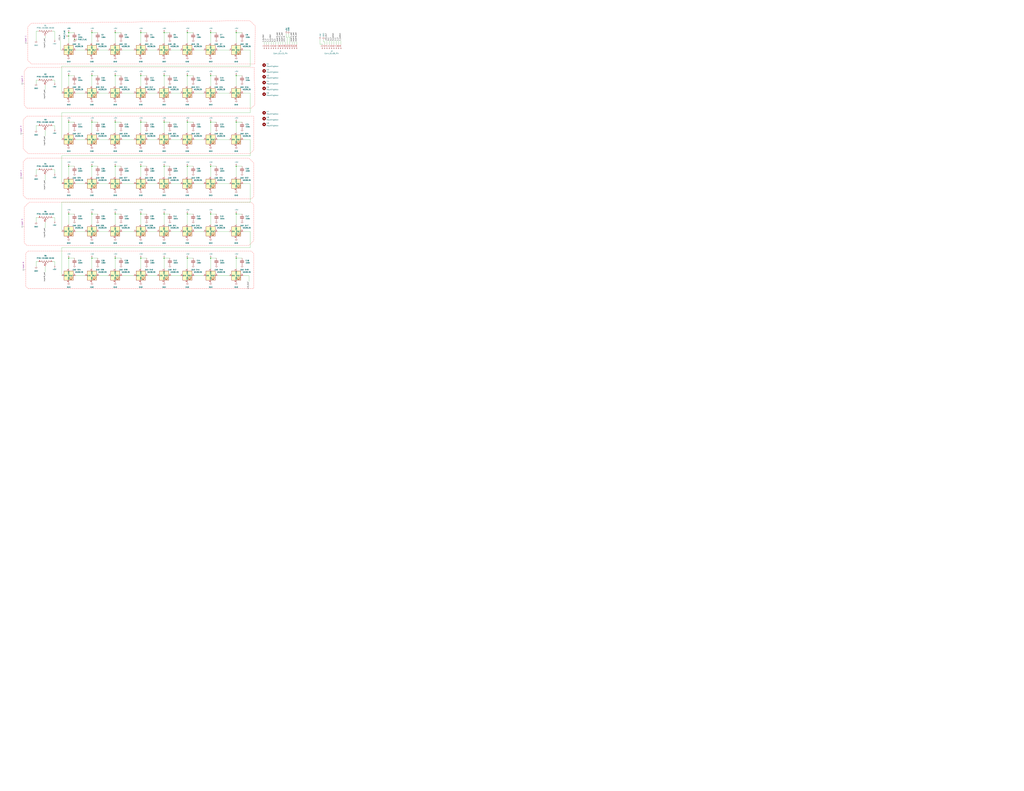
<source format=kicad_sch>
(kicad_sch (version 20250114) (generator "eeschema") (generator_version "9.0")
  (paper "E")
  (junction (at 125.73 233.68))
  (junction (at 74.93 82.55))
  (junction (at 179.07 181.61))
  (junction (at 74.93 39.37))
  (junction (at 179.07 35.56))
  (junction (at 74.93 181.61))
  (junction (at 153.67 35.56))
  (junction (at 229.87 133.35))
  (junction (at 179.07 233.68))
  (junction (at 74.93 133.35))
  (junction (at 257.81 181.61))
  (junction (at 125.73 181.61))
  (junction (at 179.07 133.35))
  (junction (at 125.73 35.56))
  (junction (at 257.81 35.56))
  (junction (at 153.67 281.94))
  (junction (at 74.93 35.56))
  (junction (at 179.07 82.55))
  (junction (at 179.07 281.94))
  (junction (at 153.67 181.61))
  (junction (at 153.67 82.55))
  (junction (at 229.87 35.56))
  (junction (at 153.67 133.35))
  (junction (at 153.67 233.68))
  (junction (at 257.81 133.35))
  (junction (at 74.93 281.94))
  (junction (at 204.47 281.94))
  (junction (at 257.81 233.68))
  (junction (at 204.47 35.56))
  (junction (at 257.81 281.94))
  (junction (at 100.33 181.61))
  (junction (at 100.33 281.94))
  (junction (at 81.28 43.18))
  (junction (at 100.33 35.56))
  (junction (at 204.47 233.68))
  (junction (at 229.87 82.55))
  (junction (at 229.87 281.94))
  (junction (at 100.33 233.68))
  (junction (at 204.47 133.35))
  (junction (at 74.93 233.68))
  (junction (at 229.87 181.61))
  (junction (at 204.47 82.55))
  (junction (at 125.73 281.94))
  (junction (at 204.47 181.61))
  (junction (at 125.73 82.55))
  (junction (at 100.33 133.35))
  (junction (at 125.73 133.35))
  (junction (at 257.81 82.55))
  (junction (at 229.87 233.68))
  (junction (at 100.33 82.55))
  (wire (pts (xy 57.15 237.49) (xy 59.69 237.49)))
  (wire (pts (xy 59.69 34.29) (xy 57.15 34.29)))
  (wire (pts (xy 257.81 133.35) (xy 257.81 144.78)))
  (wire (pts (xy 179.07 233.68) (xy 179.07 245.11)))
  (wire (pts (xy 67.31 101.6) (xy 67.31 72.39)))
  (wire (pts (xy 354.33 48.26) (xy 354.33 45.72)))
  (wire (pts (xy 39.37 237.49) (xy 41.91 237.49)))
  (wire (pts (xy 257.81 181.61) (xy 264.16 181.61)))
  (wire (pts (xy 349.25 48.26) (xy 349.25 43.18)))
  (wire (pts (xy 125.73 281.94) (xy 132.08 281.94)))
  (wire (pts (xy 257.81 233.68) (xy 264.16 233.68)))
  (wire (pts (xy 212.09 101.6) (xy 222.25 101.6)))
  (wire (pts (xy 354.33 45.72) (xy 353.06 45.72)))
  (wire (pts (xy 312.42 36.83) (xy 312.42 40.64)))
  (wire (pts (xy 204.47 133.35) (xy 204.47 144.78)))
  (wire (pts (xy 229.87 133.35) (xy 236.22 133.35)))
  (wire (pts (xy 74.93 281.94) (xy 74.93 293.37)))
  (wire (pts (xy 82.55 300.99) (xy 92.71 300.99)))
  (wire (pts (xy 107.95 300.99) (xy 118.11 300.99)))
  (wire (pts (xy 295.91 45.72) (xy 295.91 48.26)))
  (wire (pts (xy 179.07 181.61) (xy 185.42 181.61)))
  (wire (pts (xy 311.15 45.72) (xy 311.15 48.26)))
  (wire (pts (xy 125.73 281.94) (xy 125.73 293.37)))
  (wire (pts (xy 153.67 35.56) (xy 153.67 46.99)))
  (wire (pts (xy 323.85 45.72) (xy 323.85 48.26)))
  (wire (pts (xy 257.81 133.35) (xy 264.16 133.35)))
  (wire (pts (xy 59.69 34.29) (xy 59.69 43.18)))
  (wire (pts (xy 179.07 133.35) (xy 179.07 144.78)))
  (wire (pts (xy 125.73 133.35) (xy 125.73 144.78)))
  (wire (pts (xy 257.81 281.94) (xy 257.81 293.37)))
  (wire (pts (xy 125.73 133.35) (xy 132.08 133.35)))
  (wire (pts (xy 273.05 152.4) (xy 265.43 152.4)))
  (wire (pts (xy 125.73 233.68) (xy 132.08 233.68)))
  (wire (pts (xy 179.07 281.94) (xy 185.42 281.94)))
  (wire (pts (xy 107.95 54.61) (xy 118.11 54.61)))
  (wire (pts (xy 314.96 40.64) (xy 316.23 40.64)))
  (wire (pts (xy 212.09 252.73) (xy 222.25 252.73)))
  (wire (pts (xy 273.05 54.61) (xy 265.43 54.61)))
  (wire (pts (xy 125.73 82.55) (xy 132.08 82.55)))
  (wire (pts (xy 107.95 252.73) (xy 118.11 252.73)))
  (wire (pts (xy 39.37 87.63) (xy 39.37 91.44)))
  (wire (pts (xy 351.79 48.26) (xy 349.25 48.26)))
  (wire (pts (xy 39.37 137.16) (xy 41.91 137.16)))
  (wire (pts (xy 257.81 281.94) (xy 264.16 281.94)))
  (wire (pts (xy 312.42 40.64) (xy 313.69 40.64)))
  (wire (pts (xy 153.67 133.35) (xy 153.67 144.78)))
  (wire (pts (xy 237.49 101.6) (xy 250.19 101.6)))
  (wire (pts (xy 186.69 54.61) (xy 196.85 54.61)))
  (wire (pts (xy 100.33 35.56) (xy 106.68 35.56)))
  (wire (pts (xy 229.87 82.55) (xy 236.22 82.55)))
  (wire (pts (xy 153.67 233.68) (xy 160.02 233.68)))
  (wire (pts (xy 273.05 72.39) (xy 273.05 54.61)))
  (wire (pts (xy 204.47 181.61) (xy 210.82 181.61)))
  (wire (pts (xy 133.35 300.99) (xy 146.05 300.99)))
  (wire (pts (xy 212.09 300.99) (xy 222.25 300.99)))
  (wire (pts (xy 74.93 133.35) (xy 74.93 144.78)))
  (wire (pts (xy 237.49 54.61) (xy 250.19 54.61)))
  (wire (pts (xy 100.33 233.68) (xy 106.68 233.68)))
  (wire (pts (xy 66.04 54.61) (xy 67.31 54.61)))
  (wire (pts (xy 273.05 152.4) (xy 273.05 170.18)))
  (wire (pts (xy 100.33 133.35) (xy 100.33 144.78)))
  (wire (pts (xy 67.31 72.39) (xy 273.05 72.39)))
  (wire (pts (xy 273.05 270.51) (xy 67.31 270.51)))
  (wire (pts (xy 153.67 233.68) (xy 153.67 245.11)))
  (wire (pts (xy 39.37 34.29) (xy 39.37 44.45)))
  (wire (pts (xy 367.03 44.45) (xy 367.03 48.26)))
  (wire (pts (xy 353.06 45.72) (xy 353.06 43.18)))
  (wire (pts (xy 49.53 92.71) (xy 49.53 97.79)))
  (wire (pts (xy 186.69 300.99) (xy 196.85 300.99)))
  (wire (pts (xy 273.05 220.98) (xy 67.31 220.98)))
  (wire (pts (xy 74.93 35.56) (xy 74.93 39.37)))
  (wire (pts (xy 212.09 152.4) (xy 222.25 152.4)))
  (wire (pts (xy 273.05 123.19) (xy 67.31 123.19)))
  (wire (pts (xy 74.93 181.61) (xy 81.28 181.61)))
  (wire (pts (xy 59.69 289.56) (xy 59.69 285.75)))
  (wire (pts (xy 361.95 44.45) (xy 361.95 48.26)))
  (wire (pts (xy 67.31 123.19) (xy 67.31 152.4)))
  (wire (pts (xy 179.07 133.35) (xy 185.42 133.35)))
  (wire (pts (xy 290.83 45.72) (xy 290.83 48.26)))
  (wire (pts (xy 237.49 252.73) (xy 250.19 252.73)))
  (wire (pts (xy 303.53 45.72) (xy 303.53 48.26)))
  (wire (pts (xy 229.87 133.35) (xy 229.87 144.78)))
  (wire (pts (xy 39.37 34.29) (xy 41.91 34.29)))
  (wire (pts (xy 204.47 233.68) (xy 204.47 245.11)))
  (wire (pts (xy 100.33 281.94) (xy 100.33 293.37)))
  (wire (pts (xy 359.41 44.45) (xy 359.41 48.26)))
  (wire (pts (xy 49.53 190.5) (xy 49.53 196.85)))
  (wire (pts (xy 229.87 35.56) (xy 229.87 46.99)))
  (wire (pts (xy 212.09 200.66) (xy 222.25 200.66)))
  (wire (pts (xy 153.67 281.94) (xy 153.67 293.37)))
  (wire (pts (xy 257.81 233.68) (xy 257.81 245.11)))
  (wire (pts (xy 161.29 101.6) (xy 171.45 101.6)))
  (wire (pts (xy 257.81 82.55) (xy 257.81 93.98)))
  (wire (pts (xy 74.93 39.37) (xy 74.93 46.99)))
  (wire (pts (xy 306.07 45.72) (xy 306.07 48.26)))
  (wire (pts (xy 237.49 300.99) (xy 250.19 300.99)))
  (wire (pts (xy 161.29 54.61) (xy 171.45 54.61)))
  (wire (pts (xy 204.47 133.35) (xy 210.82 133.35)))
  (wire (pts (xy 74.93 233.68) (xy 81.28 233.68)))
  (wire (pts (xy 237.49 200.66) (xy 250.19 200.66)))
  (wire (pts (xy 161.29 200.66) (xy 171.45 200.66)))
  (wire (pts (xy 66.04 44.45) (xy 66.04 54.61)))
  (wire (pts (xy 229.87 181.61) (xy 236.22 181.61)))
  (wire (pts (xy 212.09 54.61) (xy 222.25 54.61)))
  (wire (pts (xy 204.47 82.55) (xy 204.47 93.98)))
  (wire (pts (xy 364.49 44.45) (xy 364.49 48.26)))
  (wire (pts (xy 237.49 152.4) (xy 250.19 152.4)))
  (wire (pts (xy 74.93 233.68) (xy 74.93 245.11)))
  (wire (pts (xy 74.93 133.35) (xy 81.28 133.35)))
  (wire (pts (xy 49.53 41.91) (xy 49.53 39.37)))
  (wire (pts (xy 153.67 133.35) (xy 160.02 133.35)))
  (wire (pts (xy 133.35 152.4) (xy 146.05 152.4)))
  (wire (pts (xy 186.69 152.4) (xy 196.85 152.4)))
  (wire (pts (xy 204.47 35.56) (xy 204.47 46.99)))
  (wire (pts (xy 273.05 101.6) (xy 265.43 101.6)))
  (wire (pts (xy 273.05 170.18) (xy 67.31 170.18)))
  (wire (pts (xy 39.37 142.24) (xy 39.37 137.16)))
  (wire (pts (xy 179.07 35.56) (xy 179.07 46.99)))
  (wire (pts (xy 179.07 281.94) (xy 179.07 293.37)))
  (wire (pts (xy 74.93 82.55) (xy 74.93 93.98)))
  (wire (pts (xy 153.67 181.61) (xy 160.02 181.61)))
  (wire (pts (xy 125.73 233.68) (xy 125.73 245.11)))
  (wire (pts (xy 372.11 44.45) (xy 372.11 48.26)))
  (wire (pts (xy 186.69 101.6) (xy 196.85 101.6)))
  (wire (pts (xy 153.67 281.94) (xy 160.02 281.94)))
  (wire (pts (xy 107.95 101.6) (xy 118.11 101.6)))
  (wire (pts (xy 204.47 281.94) (xy 204.47 293.37)))
  (wire (pts (xy 133.35 252.73) (xy 146.05 252.73)))
  (wire (pts (xy 133.35 200.66) (xy 146.05 200.66)))
  (wire (pts (xy 49.53 290.83) (xy 49.53 297.18)))
  (wire (pts (xy 153.67 181.61) (xy 153.67 193.04)))
  (wire (pts (xy 273.05 252.73) (xy 273.05 270.51)))
  (wire (pts (xy 229.87 281.94) (xy 229.87 293.37)))
  (wire (pts (xy 82.55 200.66) (xy 92.71 200.66)))
  (wire (pts (xy 229.87 233.68) (xy 236.22 233.68)))
  (wire (pts (xy 179.07 233.68) (xy 185.42 233.68)))
  (wire (pts (xy 316.23 40.64) (xy 316.23 48.26)))
  (wire (pts (xy 153.67 35.56) (xy 160.02 35.56)))
  (wire (pts (xy 57.15 87.63) (xy 59.69 87.63)))
  (wire (pts (xy 273.05 101.6) (xy 273.05 123.19)))
  (wire (pts (xy 133.35 54.61) (xy 146.05 54.61)))
  (wire (pts (xy 100.33 181.61) (xy 100.33 193.04)))
  (wire (pts (xy 39.37 290.83) (xy 39.37 285.75)))
  (wire (pts (xy 100.33 133.35) (xy 106.68 133.35)))
  (wire (pts (xy 49.53 142.24) (xy 49.53 148.59)))
  (wire (pts (xy 82.55 54.61) (xy 92.71 54.61)))
  (wire (pts (xy 369.57 44.45) (xy 369.57 48.26)))
  (wire (pts (xy 204.47 233.68) (xy 210.82 233.68)))
  (wire (pts (xy 125.73 35.56) (xy 125.73 46.99)))
  (wire (pts (xy 273.05 252.73) (xy 265.43 252.73)))
  (wire (pts (xy 59.69 90.17) (xy 59.69 87.63)))
  (wire (pts (xy 356.87 44.45) (xy 356.87 48.26)))
  (wire (pts (xy 100.33 35.56) (xy 100.33 46.99)))
  (wire (pts (xy 298.45 45.72) (xy 298.45 48.26)))
  (wire (pts (xy 161.29 300.99) (xy 171.45 300.99)))
  (wire (pts (xy 313.69 40.64) (xy 313.69 48.26)))
  (wire (pts (xy 82.55 101.6) (xy 92.71 101.6)))
  (wire (pts (xy 107.95 152.4) (xy 118.11 152.4)))
  (wire (pts (xy 74.93 35.56) (xy 81.28 35.56)))
  (wire (pts (xy 57.15 137.16) (xy 59.69 137.16)))
  (wire (pts (xy 257.81 82.55) (xy 264.16 82.55)))
  (wire (pts (xy 82.55 152.4) (xy 92.71 152.4)))
  (wire (pts (xy 57.15 285.75) (xy 59.69 285.75)))
  (wire (pts (xy 288.29 45.72) (xy 288.29 48.26)))
  (wire (pts (xy 318.77 45.72) (xy 318.77 48.26)))
  (wire (pts (xy 49.53 242.57) (xy 49.53 248.92)))
  (wire (pts (xy 67.31 170.18) (xy 67.31 200.66)))
  (wire (pts (xy 204.47 281.94) (xy 210.82 281.94)))
  (wire (pts (xy 293.37 45.72) (xy 293.37 48.26)))
  (wire (pts (xy 125.73 82.55) (xy 125.73 93.98)))
  (wire (pts (xy 82.55 252.73) (xy 92.71 252.73)))
  (wire (pts (xy 153.67 82.55) (xy 153.67 93.98)))
  (wire (pts (xy 74.93 82.55) (xy 81.28 82.55)))
  (wire (pts (xy 74.93 281.94) (xy 81.28 281.94)))
  (wire (pts (xy 273.05 200.66) (xy 273.05 220.98)))
  (wire (pts (xy 273.05 200.66) (xy 265.43 200.66)))
  (wire (pts (xy 100.33 281.94) (xy 106.68 281.94)))
  (wire (pts (xy 186.69 252.73) (xy 196.85 252.73)))
  (wire (pts (xy 125.73 181.61) (xy 125.73 193.04)))
  (wire (pts (xy 314.96 36.83) (xy 314.96 40.64)))
  (wire (pts (xy 41.91 87.63) (xy 39.37 87.63)))
  (wire (pts (xy 179.07 35.56) (xy 185.42 35.56)))
  (wire (pts (xy 39.37 242.57) (xy 39.37 237.49)))
  (wire (pts (xy 39.37 185.42) (xy 41.91 185.42)))
  (wire (pts (xy 161.29 152.4) (xy 171.45 152.4)))
  (wire (pts (xy 57.15 185.42) (xy 59.69 185.42)))
  (wire (pts (xy 271.78 300.99) (xy 265.43 300.99)))
  (wire (pts (xy 300.99 45.72) (xy 300.99 48.26)))
  (wire (pts (xy 204.47 181.61) (xy 204.47 193.04)))
  (wire (pts (xy 179.07 82.55) (xy 185.42 82.55)))
  (wire (pts (xy 186.69 200.66) (xy 196.85 200.66)))
  (wire (pts (xy 308.61 45.72) (xy 308.61 48.26)))
  (wire (pts (xy 153.67 82.55) (xy 160.02 82.55)))
  (wire (pts (xy 100.33 181.61) (xy 106.68 181.61)))
  (wire (pts (xy 179.07 181.61) (xy 179.07 193.04)))
  (wire (pts (xy 229.87 181.61) (xy 229.87 193.04)))
  (wire (pts (xy 229.87 35.56) (xy 236.22 35.56)))
  (wire (pts (xy 100.33 233.68) (xy 100.33 245.11)))
  (wire (pts (xy 100.33 82.55) (xy 106.68 82.55)))
  (wire (pts (xy 67.31 220.98) (xy 67.31 252.73)))
  (wire (pts (xy 39.37 190.5) (xy 39.37 185.42)))
  (wire (pts (xy 133.35 101.6) (xy 146.05 101.6)))
  (wire (pts (xy 257.81 181.61) (xy 257.81 193.04)))
  (wire (pts (xy 179.07 82.55) (xy 179.07 93.98)))
  (wire (pts (xy 257.81 35.56) (xy 264.16 35.56)))
  (wire (pts (xy 67.31 270.51) (xy 67.31 300.99)))
  (wire (pts (xy 39.37 285.75) (xy 41.91 285.75)))
  (wire (pts (xy 107.95 200.66) (xy 118.11 200.66)))
  (wire (pts (xy 59.69 241.3) (xy 59.69 237.49)))
  (wire (pts (xy 125.73 35.56) (xy 132.08 35.56)))
  (wire (pts (xy 204.47 82.55) (xy 210.82 82.55)))
  (wire (pts (xy 229.87 281.94) (xy 236.22 281.94)))
  (wire (pts (xy 271.78 307.34) (xy 271.78 300.99)))
  (wire (pts (xy 161.29 252.73) (xy 171.45 252.73)))
  (wire (pts (xy 229.87 82.55) (xy 229.87 93.98)))
  (wire (pts (xy 59.69 140.97) (xy 59.69 137.16)))
  (wire (pts (xy 204.47 35.56) (xy 210.82 35.56)))
  (wire (pts (xy 257.81 35.56) (xy 257.81 46.99)))
  (wire (pts (xy 125.73 181.61) (xy 132.08 181.61)))
  (wire (pts (xy 100.33 82.55) (xy 100.33 93.98)))
  (wire (pts (xy 321.31 45.72) (xy 321.31 48.26)))
  (wire (pts (xy 74.93 181.61) (xy 74.93 193.04)))
  (wire (pts (xy 59.69 189.23) (xy 59.69 185.42)))
  (wire (pts (xy 229.87 233.68) (xy 229.87 245.11)))
  (label "E_2" (at 290.83 45.72 90))
  (label "Layer4_pot" (at 49.53 196.85 270))
  (label "Layer4_pot" (at 318.77 45.72 90))
  (label "Layer6_pot" (at 323.85 45.72 90))
  (label "E_button" (at 288.29 45.72 90))
  (label "Layer1_pot" (at 308.61 45.72 90))
  (label "LED_IN" (at 66.04 44.45 90))
  (label "Layer3_pot" (at 49.53 148.59 270))
  (label "Layer5_pot" (at 49.53 248.92 270))
  (label "LED_OUT" (at 356.87 44.45 90))
  (label "LED_OUT" (at 271.78 307.34 270))
  (label "E_button" (at 372.11 44.45 90))
  (label "Layer5_pot" (at 321.31 45.72 90))
  (label "S_1" (at 359.41 44.45 90))
  (label "E_2" (at 369.57 44.45 90))
  (label "Layer3_pot" (at 303.53 45.72 90))
  (label "LED_IN" (at 311.15 45.72 90))
  (label "E_1" (at 367.03 44.45 90))
  (label "Layer2_pot" (at 306.07 45.72 90))
  (label "Layer1_pot" (at 49.53 41.91 270))
  (label "S_2" (at 298.45 45.72 90))
  (label "S_button" (at 364.49 44.45 90))
  (label "S_1" (at 300.99 45.72 90))
  (label "Layer6_pot" (at 49.53 297.18 270))
  (label "E_1" (at 293.37 45.72 90))
  (label "S_2" (at 361.95 44.45 90))
  (label "Layer2_pot" (at 49.53 97.79 270))
  (label "S_button" (at 295.91 45.72 90))
  (rule_area (polyline (pts (xy 29.21 127) (xy 276.86 127) (xy 276.86 163.83) (xy 273.05 167.64) (xy 30.48 167.64) (xy 25.4 162.56) (xy 25.4 130.81)) (stroke (width 0) (type dash))))
  (rule_area (polyline (pts (xy 278.13 69.85) (xy 34.29 69.85) (xy 30.48 66.04) (xy 30.48 29.21) (xy 34.29 25.4) (xy 272.7325 22.5425) (xy 278.4475 28.2575)) (stroke (width 0) (type dash))))
  (rule_area (polyline (pts (xy 29.845 73.66) (xy 277.495 73.66) (xy 278.13 114.3) (xy 274.32 118.11) (xy 29.21 118.11) (xy 26.67 114.935) (xy 26.67 77.47)) (stroke (width 0) (type dash))))
  (rule_area (polyline (pts (xy 31.75 220.98) (xy 274.32 220.98) (xy 276.86 223.52) (xy 276.86 262.89) (xy 271.78 267.97) (xy 29.21 267.97) (xy 26.67 265.43) (xy 26.67 226.06)) (stroke (width 0) (type dash))))
  (rule_area (polyline (pts (xy 30.48 274.32) (xy 274.32 274.32) (xy 276.86 276.86) (xy 276.86 314.96) (xy 30.48 314.96) (xy 27.94 312.42) (xy 27.94 276.86)) (stroke (width 0) (type dash))))
  (rule_area (polyline (pts (xy 29.21 172.72) (xy 271.78 172.72) (xy 276.86 177.8) (xy 276.86 214.63) (xy 274.32 217.17) (xy 29.21 217.17) (xy 25.4 213.36) (xy 25.4 176.53)) (stroke (width 0) (type dash))))
  (netclass_flag "" (length 2.54) (shape diamond) (at 26.67 91.44 90) (property "Component Class" "Layer 2" (at 24.13 90.2335 90) (effects (font (italic yes)) (justify left))))
  (netclass_flag "" (length 2.54) (shape round) (at 30.48 46.99 90) (property "Component Class" "Layer 1" (at 27.94 46.2915 90) (effects (font (italic yes)) (justify left))))
  (netclass_flag "" (length 2.54) (shape diamond) (at 27.94 294.64 90) (property "Component Class" "Layer 6" (at 25.4 293.4335 90) (effects (font (italic yes)) (justify left))))
  (netclass_flag "" (length 2.54) (shape diamond) (at 25.4 194.31 90) (property "Component Class" "Layer 4" (at 22.86 193.1035 90) (effects (font (italic yes)) (justify left))))
  (netclass_flag "" (length 2.54) (shape diamond) (at 25.4 146.05 90) (property "Component Class" "Layer 3" (at 22.86 144.8435 90) (effects (font (italic yes)) (justify left))))
  (netclass_flag "" (length 2.54) (shape diamond) (at 26.67 247.65 90) (property "Component Class" "Layer 5" (at 24.13 246.4435 90) (effects (font (italic yes)) (justify left))))
  (symbol (lib_id "Device:C") (at 160.02 86.36 0) (unit 1)
    (property "Reference" "C12" (at 163.83 85.0899 0) (effects (justify left)))
    (property "Value" "100n" (at 163.83 87.6299 0) (effects (justify left)))
    (property "Footprint" "Capacitor_SMD:C_0402_1005Metric" (effects (hide yes)))
    (property "Description" "Unpolarized capacitor" (effects (hide yes)))
  )
  (symbol (lib_id "power:GND") (at 132.08 90.17 0) (unit 1)
    (property "Reference" "#PWR039" (effects (hide yes)))
    (property "Value" "GND" (at 132.08 95.25 0))
    (property "Description" "Power symbol creates a global label with name \"GND\" , ground" (effects (hide yes)))
  )
  (symbol (lib_id "power:GND") (at 257.81 62.23 0) (unit 1)
    (property "Reference" "#PWR026" (effects (hide yes)))
    (property "Value" "GND" (at 257.81 67.31 0))
    (property "Description" "Power symbol creates a global label with name \"GND\" , ground" (effects (hide yes)))
  )
  (symbol (lib_id "power:GND") (at 125.73 260.35 0) (unit 1)
    (property "Reference" "#PWR0124" (effects (hide yes)))
    (property "Value" "GND" (at 125.73 265.43 0))
    (property "Description" "Power symbol creates a global label with name \"GND\" , ground" (effects (hide yes)))
  )
  (symbol (lib_id "Device:C") (at 264.16 237.49 0) (unit 1)
    (property "Reference" "C47" (at 267.97 236.2199 0) (effects (justify left)))
    (property "Value" "100n" (at 267.97 238.7599 0) (effects (justify left)))
    (property "Footprint" "Capacitor_SMD:C_0402_1005Metric" (effects (hide yes)))
    (property "Description" "Unpolarized capacitor" (effects (hide yes)))
  )
  (symbol (lib_id "LED:WS2812B") (at 125.73 101.6 0) (unit 1)
    (property "Reference" "D11" (at 137.16 95.1798 0))
    (property "Value" "WS2812B" (at 137.16 97.7198 0))
    (property "Footprint" "LED_SMD:LED_WS2812B_PLCC4_5.0x5.0mm_P3.2mm" (effects (hide yes)))
    (property "Datasheet" "https://cdn-shop.adafruit.com/datasheets/WS2812B.pdf" (effects (hide yes)))
    (property "Description" "RGB LED with integrated controller" (effects (hide yes)))
  )
  (symbol (lib_id "Device:C") (at 106.68 285.75 0) (unit 1)
    (property "Reference" "C36" (at 110.49 284.4799 0) (effects (justify left)))
    (property "Value" "100n" (at 110.49 287.0199 0) (effects (justify left)))
    (property "Footprint" "Capacitor_SMD:C_0402_1005Metric" (effects (hide yes)))
    (property "Description" "Unpolarized capacitor" (effects (hide yes)))
  )
  (symbol (lib_id "Device:C") (at 236.22 285.75 0) (unit 1)
    (property "Reference" "C46" (at 240.03 284.4799 0) (effects (justify left)))
    (property "Value" "100n" (at 240.03 287.0199 0) (effects (justify left)))
    (property "Footprint" "Capacitor_SMD:C_0402_1005Metric" (effects (hide yes)))
    (property "Description" "Unpolarized capacitor" (effects (hide yes)))
  )
  (symbol (lib_id "Device:C") (at 132.08 185.42 0) (unit 1)
    (property "Reference" "C27" (at 135.89 184.1499 0) (effects (justify left)))
    (property "Value" "100n" (at 135.89 186.6899 0) (effects (justify left)))
    (property "Footprint" "Capacitor_SMD:C_0402_1005Metric" (effects (hide yes)))
    (property "Description" "Unpolarized capacitor" (effects (hide yes)))
  )
  (symbol (lib_id "Device:C") (at 106.68 86.36 0) (unit 1)
    (property "Reference" "C10" (at 110.49 85.0899 0) (effects (justify left)))
    (property "Value" "100n" (at 110.49 87.6299 0) (effects (justify left)))
    (property "Footprint" "Capacitor_SMD:C_0402_1005Metric" (effects (hide yes)))
    (property "Description" "Unpolarized capacitor" (effects (hide yes)))
  )
  (symbol (lib_id "Device:C") (at 185.42 39.37 0) (unit 1)
    (property "Reference" "C5" (at 189.23 38.0999 0) (effects (justify left)))
    (property "Value" "100n" (at 189.23 40.6399 0) (effects (justify left)))
    (property "Footprint" "Capacitor_SMD:C_0402_1005Metric" (effects (hide yes)))
    (property "Description" "Unpolarized capacitor" (effects (hide yes)))
  )
  (symbol (lib_id "LED:WS2812B") (at 153.67 200.66 0) (unit 1)
    (property "Reference" "D28" (at 165.1 194.2398 0))
    (property "Value" "WS2812B" (at 165.1 196.7798 0))
    (property "Footprint" "LED_SMD:LED_WS2812B_PLCC4_5.0x5.0mm_P3.2mm" (effects (hide yes)))
    (property "Datasheet" "https://cdn-shop.adafruit.com/datasheets/WS2812B.pdf" (effects (hide yes)))
    (property "Description" "RGB LED with integrated controller" (effects (hide yes)))
  )
  (symbol (lib_id "Device:C") (at 132.08 285.75 0) (unit 1)
    (property "Reference" "C38" (at 135.89 284.4799 0) (effects (justify left)))
    (property "Value" "100n" (at 135.89 287.0199 0) (effects (justify left)))
    (property "Footprint" "Capacitor_SMD:C_0402_1005Metric" (effects (hide yes)))
    (property "Description" "Unpolarized capacitor" (effects (hide yes)))
  )
  (symbol (lib_id "Mechanical:MountingHole") (at 288.29 123.19 0) (unit 1) (in_bom no)
    (property "Reference" "H7" (at 290.83 121.9199 0) (effects (justify left)))
    (property "Value" "MountingHole" (at 290.83 124.4599 0) (effects (justify left)))
    (property "Footprint" "MountingHole:ToolingHole_1.152mm" (effects (hide yes)))
    (property "Description" "Mounting Hole without connection" (effects (hide yes)))
  )
  (symbol (lib_id "LED:WS2812B") (at 204.47 200.66 0) (unit 1)
    (property "Reference" "D30" (at 215.9 194.2398 0))
    (property "Value" "WS2812B" (at 215.9 196.7798 0))
    (property "Footprint" "LED_SMD:LED_WS2812B_PLCC4_5.0x5.0mm_P3.2mm" (effects (hide yes)))
    (property "Datasheet" "https://cdn-shop.adafruit.com/datasheets/WS2812B.pdf" (effects (hide yes)))
    (property "Description" "RGB LED with integrated controller" (effects (hide yes)))
  )
  (symbol (lib_id "Device:C") (at 210.82 39.37 0) (unit 1)
    (property "Reference" "C6" (at 214.63 38.0999 0) (effects (justify left)))
    (property "Value" "100n" (at 214.63 40.6399 0) (effects (justify left)))
    (property "Footprint" "Capacitor_SMD:C_0402_1005Metric" (effects (hide yes)))
    (property "Description" "Unpolarized capacitor" (effects (hide yes)))
  )
  (symbol (lib_id "LED:WS2812B") (at 100.33 54.61 0) (unit 1)
    (property "Reference" "D2" (at 111.76 48.1898 0))
    (property "Value" "WS2812B" (at 111.76 50.7298 0))
    (property "Footprint" "LED_SMD:LED_WS2812B_PLCC4_5.0x5.0mm_P3.2mm" (effects (hide yes)))
    (property "Datasheet" "https://cdn-shop.adafruit.com/datasheets/WS2812B.pdf" (effects (hide yes)))
    (property "Description" "RGB LED with integrated controller" (effects (hide yes)))
  )
  (symbol (lib_id "LED:WS2812B") (at 74.93 300.99 0) (unit 1)
    (property "Reference" "D34" (at 86.36 294.5698 0))
    (property "Value" "WS2812B" (at 86.36 297.1098 0))
    (property "Footprint" "LED_SMD:LED_WS2812B_PLCC4_5.0x5.0mm_P3.2mm" (effects (hide yes)))
    (property "Datasheet" "https://cdn-shop.adafruit.com/datasheets/WS2812B.pdf" (effects (hide yes)))
    (property "Description" "RGB LED with integrated controller" (effects (hide yes)))
  )
  (symbol (lib_id "Device:C") (at 264.16 86.36 0) (unit 1)
    (property "Reference" "C16" (at 267.97 85.0899 0) (effects (justify left)))
    (property "Value" "100n" (at 267.97 87.6299 0) (effects (justify left)))
    (property "Footprint" "Capacitor_SMD:C_0402_1005Metric" (effects (hide yes)))
    (property "Description" "Unpolarized capacitor" (effects (hide yes)))
  )
  (symbol (lib_id "power:+5V") (at 257.81 181.61 0) (unit 1)
    (property "Reference" "#PWR0104" (effects (hide yes)))
    (property "Value" "+5V" (at 258.064 177.038 0))
    (property "Description" "Power symbol creates a global label with name \"+5V\"" (effects (hide yes)))
  )
  (symbol (lib_id "Device:C") (at 160.02 185.42 0) (unit 1)
    (property "Reference" "C28" (at 163.83 184.1499 0) (effects (justify left)))
    (property "Value" "100n" (at 163.83 186.6899 0) (effects (justify left)))
    (property "Footprint" "Capacitor_SMD:C_0402_1005Metric" (effects (hide yes)))
    (property "Description" "Unpolarized capacitor" (effects (hide yes)))
  )
  (symbol (lib_id "Device:C") (at 185.42 237.49 0) (unit 1)
    (property "Reference" "C41" (at 189.23 236.2199 0) (effects (justify left)))
    (property "Value" "100n" (at 189.23 238.7599 0) (effects (justify left)))
    (property "Footprint" "Capacitor_SMD:C_0402_1005Metric" (effects (hide yes)))
    (property "Description" "Unpolarized capacitor" (effects (hide yes)))
  )
  (symbol (lib_id "power:GND") (at 106.68 140.97 0) (unit 1)
    (property "Reference" "#PWR062" (effects (hide yes)))
    (property "Value" "GND" (at 106.68 146.05 0))
    (property "Description" "Power symbol creates a global label with name \"GND\" , ground" (effects (hide yes)))
  )
  (symbol (lib_id "Device:C") (at 160.02 137.16 0) (unit 1)
    (property "Reference" "C20" (at 163.83 135.8899 0) (effects (justify left)))
    (property "Value" "100n" (at 163.83 138.4299 0) (effects (justify left)))
    (property "Footprint" "Capacitor_SMD:C_0402_1005Metric" (effects (hide yes)))
    (property "Description" "Unpolarized capacitor" (effects (hide yes)))
  )
  (symbol (lib_id "74xGxx:PT01-D130D-B103") (at 49.53 185.42 180) (unit 1)
    (property "Reference" "R4" (at 49.53 179.07 0))
    (property "Value" "PT01-D130D-B103" (at 49.53 181.61 0))
    (property "Footprint" "Potentiometer_THT:TRIM_PT01-D130D-B103" (effects (hide yes)))
    (property "Datasheet" "P110KH1-0F15BR10K" (effects (hide yes)))
    (property "PARTREV" "1.0" (effects (hide yes)))
    (property "MANUFACTURER" "CUI Devices" (effects (hide yes)))
    (property "MAXIMUM_PACKAGE_HEIGHT" "26.8 mm" (effects (hide yes)))
    (property "STANDARD" "Manufacturer Recommendations" (effects (hide yes)))
  )
  (symbol (lib_id "power:GND") (at 106.68 43.18 0) (unit 1)
    (property "Reference" "#PWR010" (effects (hide yes)))
    (property "Value" "GND" (at 106.68 48.26 0))
    (property "Description" "Power symbol creates a global label with name \"GND\" , ground" (effects (hide yes)))
  )
  (symbol (lib_id "Device:C") (at 264.16 285.75 0) (unit 1)
    (property "Reference" "C48" (at 267.97 284.4799 0) (effects (justify left)))
    (property "Value" "100n" (at 267.97 287.0199 0) (effects (justify left)))
    (property "Footprint" "Capacitor_SMD:C_0402_1005Metric" (effects (hide yes)))
    (property "Description" "Unpolarized capacitor" (effects (hide yes)))
  )
  (symbol (lib_id "Mechanical:MountingHole") (at 288.29 71.12 0) (unit 1) (in_bom no)
    (property "Reference" "H1" (at 290.83 69.8499 0) (effects (justify left)))
    (property "Value" "MountingHole" (at 290.83 72.3899 0) (effects (justify left)))
    (property "Footprint" "MountingHole:MountingHole_3.5mm" (effects (hide yes)))
    (property "Description" "Mounting Hole without connection" (effects (hide yes)))
  )
  (symbol (lib_id "power:GND") (at 257.81 208.28 0) (unit 1)
    (property "Reference" "#PWR0105" (effects (hide yes)))
    (property "Value" "GND" (at 257.81 213.36 0))
    (property "Description" "Power symbol creates a global label with name \"GND\" , ground" (effects (hide yes)))
  )
  (symbol (lib_id "power:+5V") (at 204.47 133.35 0) (unit 1)
    (property "Reference" "#PWR072" (effects (hide yes)))
    (property "Value" "+5V" (at 204.724 128.778 0))
    (property "Description" "Power symbol creates a global label with name \"+5V\"" (effects (hide yes)))
  )
  (symbol (lib_id "power:GND") (at 153.67 308.61 0) (unit 1)
    (property "Reference" "#PWR0132" (effects (hide yes)))
    (property "Value" "GND" (at 153.67 313.69 0))
    (property "Description" "Power symbol creates a global label with name \"GND\" , ground" (effects (hide yes)))
  )
  (symbol (lib_id "LED:WS2812B") (at 229.87 200.66 0) (unit 1)
    (property "Reference" "D31" (at 241.3 194.2398 0))
    (property "Value" "WS2812B" (at 241.3 196.7798 0))
    (property "Footprint" "LED_SMD:LED_WS2812B_PLCC4_5.0x5.0mm_P3.2mm" (effects (hide yes)))
    (property "Datasheet" "https://cdn-shop.adafruit.com/datasheets/WS2812B.pdf" (effects (hide yes)))
    (property "Description" "RGB LED with integrated controller" (effects (hide yes)))
  )
  (symbol (lib_id "Device:C") (at 185.42 86.36 0) (unit 1)
    (property "Reference" "C13" (at 189.23 85.0899 0) (effects (justify left)))
    (property "Value" "100n" (at 189.23 87.6299 0) (effects (justify left)))
    (property "Footprint" "Capacitor_SMD:C_0402_1005Metric" (effects (hide yes)))
    (property "Description" "Unpolarized capacitor" (effects (hide yes)))
  )
  (symbol (lib_id "LED:WS2812B") (at 257.81 252.73 0) (unit 1)
    (property "Reference" "D47" (at 269.24 246.3098 0))
    (property "Value" "WS2812B" (at 269.24 248.8498 0))
    (property "Footprint" "LED_SMD:LED_WS2812B_PLCC4_5.0x5.0mm_P3.2mm" (effects (hide yes)))
    (property "Datasheet" "https://cdn-shop.adafruit.com/datasheets/WS2812B.pdf" (effects (hide yes)))
    (property "Description" "RGB LED with integrated controller" (effects (hide yes)))
  )
  (symbol (lib_id "Mechanical:MountingHole") (at 288.29 90.17 0) (unit 1) (in_bom no)
    (property "Reference" "H4" (at 290.83 88.8999 0) (effects (justify left)))
    (property "Value" "MountingHole" (at 290.83 91.4399 0) (effects (justify left)))
    (property "Footprint" "MountingHole:MountingHole_3.2mm_M3_Pad" (effects (hide yes)))
    (property "Description" "Mounting Hole without connection" (effects (hide yes)))
  )
  (symbol (lib_id "Device:C") (at 236.22 137.16 0) (unit 1)
    (property "Reference" "C23" (at 240.03 135.8899 0) (effects (justify left)))
    (property "Value" "100n" (at 240.03 138.4299 0) (effects (justify left)))
    (property "Footprint" "Capacitor_SMD:C_0402_1005Metric" (effects (hide yes)))
    (property "Description" "Unpolarized capacitor" (effects (hide yes)))
  )
  (symbol (lib_id "power:+5V") (at 229.87 233.68 0) (unit 1)
    (property "Reference" "#PWR0147" (effects (hide yes)))
    (property "Value" "+5V" (at 230.124 229.108 0))
    (property "Description" "Power symbol creates a global label with name \"+5V\"" (effects (hide yes)))
  )
  (symbol (lib_id "power:+5V") (at 100.33 133.35 0) (unit 1)
    (property "Reference" "#PWR060" (effects (hide yes)))
    (property "Value" "+5V" (at 100.584 128.778 0))
    (property "Description" "Power symbol creates a global label with name \"+5V\"" (effects (hide yes)))
  )
  (symbol (lib_id "LED:WS2812B") (at 229.87 152.4 0) (unit 1)
    (property "Reference" "D23" (at 241.3 145.9798 0))
    (property "Value" "WS2812B" (at 241.3 148.5198 0))
    (property "Footprint" "LED_SMD:LED_WS2812B_PLCC4_5.0x5.0mm_P3.2mm" (effects (hide yes)))
    (property "Datasheet" "https://cdn-shop.adafruit.com/datasheets/WS2812B.pdf" (effects (hide yes)))
    (property "Description" "RGB LED with integrated controller" (effects (hide yes)))
  )
  (symbol (lib_id "LED:WS2812B") (at 153.67 300.99 0) (unit 1)
    (property "Reference" "D40" (at 165.1 294.5698 0))
    (property "Value" "WS2812B" (at 165.1 297.1098 0))
    (property "Footprint" "LED_SMD:LED_WS2812B_PLCC4_5.0x5.0mm_P3.2mm" (effects (hide yes)))
    (property "Datasheet" "https://cdn-shop.adafruit.com/datasheets/WS2812B.pdf" (effects (hide yes)))
    (property "Description" "RGB LED with integrated controller" (effects (hide yes)))
  )
  (symbol (lib_id "power:GND") (at 264.16 90.17 0) (unit 1)
    (property "Reference" "#PWR054" (effects (hide yes)))
    (property "Value" "GND" (at 264.16 95.25 0))
    (property "Description" "Power symbol creates a global label with name \"GND\" , ground" (effects (hide yes)))
  )
  (symbol (lib_id "LED:WS2812B") (at 204.47 252.73 0) (unit 1)
    (property "Reference" "D43" (at 215.9 246.3098 0))
    (property "Value" "WS2812B" (at 215.9 248.8498 0))
    (property "Footprint" "LED_SMD:LED_WS2812B_PLCC4_5.0x5.0mm_P3.2mm" (effects (hide yes)))
    (property "Datasheet" "https://cdn-shop.adafruit.com/datasheets/WS2812B.pdf" (effects (hide yes)))
    (property "Description" "RGB LED with integrated controller" (effects (hide yes)))
  )
  (symbol (lib_id "Mechanical:MountingHole") (at 288.29 77.47 0) (unit 1) (in_bom no)
    (property "Reference" "H2" (at 290.83 76.1999 0) (effects (justify left)))
    (property "Value" "MountingHole" (at 290.83 78.7399 0) (effects (justify left)))
    (property "Footprint" "MountingHole:MountingHole_3.5mm" (effects (hide yes)))
    (property "Description" "Mounting Hole without connection" (effects (hide yes)))
  )
  (symbol (lib_id "power:GND") (at 264.16 241.3 0) (unit 1)
    (property "Reference" "#PWR0157" (effects (hide yes)))
    (property "Value" "GND" (at 264.16 246.38 0))
    (property "Description" "Power symbol creates a global label with name \"GND\" , ground" (effects (hide yes)))
  )
  (symbol (lib_id "Device:C") (at 106.68 39.37 0) (unit 1)
    (property "Reference" "C2" (at 110.49 38.0999 0) (effects (justify left)))
    (property "Value" "100n" (at 110.49 40.6399 0) (effects (justify left)))
    (property "Footprint" "Capacitor_SMD:C_0402_1005Metric" (effects (hide yes)))
    (property "Description" "Unpolarized capacitor" (effects (hide yes)))
  )
  (symbol (lib_id "power:+5V") (at 153.67 133.35 0) (unit 1)
    (property "Reference" "#PWR066" (effects (hide yes)))
    (property "Value" "+5V" (at 153.924 128.778 0))
    (property "Description" "Power symbol creates a global label with name \"+5V\"" (effects (hide yes)))
  )
  (symbol (lib_id "LED:WS2812B") (at 100.33 152.4 0) (unit 1)
    (property "Reference" "D18" (at 111.76 145.9798 0))
    (property "Value" "WS2812B" (at 111.76 148.5198 0))
    (property "Footprint" "LED_SMD:LED_WS2812B_PLCC4_5.0x5.0mm_P3.2mm" (effects (hide yes)))
    (property "Datasheet" "https://cdn-shop.adafruit.com/datasheets/WS2812B.pdf" (effects (hide yes)))
    (property "Description" "RGB LED with integrated controller" (effects (hide yes)))
  )
  (symbol (lib_id "power:+5V") (at 257.81 35.56 0) (unit 1)
    (property "Reference" "#PWR025" (effects (hide yes)))
    (property "Value" "+5V" (at 258.064 30.988 0))
    (property "Description" "Power symbol creates a global label with name \"+5V\"" (effects (hide yes)))
  )
  (symbol (lib_id "Device:C") (at 185.42 185.42 0) (unit 1)
    (property "Reference" "C29" (at 189.23 184.1499 0) (effects (justify left)))
    (property "Value" "100n" (at 189.23 186.6899 0) (effects (justify left)))
    (property "Footprint" "Capacitor_SMD:C_0402_1005Metric" (effects (hide yes)))
    (property "Description" "Unpolarized capacitor" (effects (hide yes)))
  )
  (symbol (lib_id "Mechanical:MountingHole") (at 288.29 129.54 0) (unit 1) (in_bom no)
    (property "Reference" "H8" (at 290.83 128.2699 0) (effects (justify left)))
    (property "Value" "MountingHole" (at 290.83 130.8099 0) (effects (justify left)))
    (property "Footprint" "MountingHole:ToolingHole_1.152mm" (effects (hide yes)))
    (property "Description" "Mounting Hole without connection" (effects (hide yes)))
  )
  (symbol (lib_id "power:GND") (at 314.96 36.83 180) (unit 1)
    (property "Reference" "#PWR016" (effects (hide yes)))
    (property "Value" "GND" (at 314.96 31.75 90))
    (property "Description" "Power symbol creates a global label with name \"GND\" , ground" (effects (hide yes)))
  )
  (symbol (lib_id "power:GND") (at 106.68 90.17 0) (unit 1)
    (property "Reference" "#PWR036" (effects (hide yes)))
    (property "Value" "GND" (at 106.68 95.25 0))
    (property "Description" "Power symbol creates a global label with name \"GND\" , ground" (effects (hide yes)))
  )
  (symbol (lib_id "Device:C") (at 185.42 137.16 0) (unit 1)
    (property "Reference" "C21" (at 189.23 135.8899 0) (effects (justify left)))
    (property "Value" "100n" (at 189.23 138.4299 0) (effects (justify left)))
    (property "Footprint" "Capacitor_SMD:C_0402_1005Metric" (effects (hide yes)))
    (property "Description" "Unpolarized capacitor" (effects (hide yes)))
  )
  (symbol (lib_id "power:GND") (at 125.73 308.61 0) (unit 1)
    (property "Reference" "#PWR0126" (effects (hide yes)))
    (property "Value" "GND" (at 125.73 313.69 0))
    (property "Description" "Power symbol creates a global label with name \"GND\" , ground" (effects (hide yes)))
  )
  (symbol (lib_id "Device:C") (at 81.28 185.42 0) (unit 1)
    (property "Reference" "C25" (at 85.09 184.1499 0) (effects (justify left)))
    (property "Value" "100n" (at 85.09 186.6899 0) (effects (justify left)))
    (property "Footprint" "Capacitor_SMD:C_0402_1005Metric" (effects (hide yes)))
    (property "Description" "Unpolarized capacitor" (effects (hide yes)))
  )
  (symbol (lib_id "LED:WS2812B") (at 125.73 252.73 0) (unit 1)
    (property "Reference" "D37" (at 137.16 246.3098 0))
    (property "Value" "WS2812B" (at 137.16 248.8498 0))
    (property "Footprint" "LED_SMD:LED_WS2812B_PLCC4_5.0x5.0mm_P3.2mm" (effects (hide yes)))
    (property "Datasheet" "https://cdn-shop.adafruit.com/datasheets/WS2812B.pdf" (effects (hide yes)))
    (property "Description" "RGB LED with integrated controller" (effects (hide yes)))
  )
  (symbol (lib_id "power:+5V") (at 229.87 133.35 0) (unit 1)
    (property "Reference" "#PWR075" (effects (hide yes)))
    (property "Value" "+5V" (at 230.124 128.778 0))
    (property "Description" "Power symbol creates a global label with name \"+5V\"" (effects (hide yes)))
  )
  (symbol (lib_id "LED:WS2812B") (at 100.33 300.99 0) (unit 1)
    (property "Reference" "D36" (at 111.76 294.5698 0))
    (property "Value" "WS2812B" (at 111.76 297.1098 0))
    (property "Footprint" "LED_SMD:LED_WS2812B_PLCC4_5.0x5.0mm_P3.2mm" (effects (hide yes)))
    (property "Datasheet" "https://cdn-shop.adafruit.com/datasheets/WS2812B.pdf" (effects (hide yes)))
    (property "Description" "RGB LED with integrated controller" (effects (hide yes)))
  )
  (symbol (lib_id "power:GND") (at 210.82 289.56 0) (unit 1)
    (property "Reference" "#PWR0146" (effects (hide yes)))
    (property "Value" "GND" (at 210.82 294.64 0))
    (property "Description" "Power symbol creates a global label with name \"GND\" , ground" (effects (hide yes)))
  )
  (symbol (lib_id "power:+5V") (at 125.73 133.35 0) (unit 1)
    (property "Reference" "#PWR063" (effects (hide yes)))
    (property "Value" "+5V" (at 125.984 128.778 0))
    (property "Description" "Power symbol creates a global label with name \"+5V\"" (effects (hide yes)))
  )
  (symbol (lib_id "power:GND") (at 204.47 160.02 0) (unit 1)
    (property "Reference" "#PWR073" (effects (hide yes)))
    (property "Value" "GND" (at 204.47 165.1 0))
    (property "Description" "Power symbol creates a global label with name \"GND\" , ground" (effects (hide yes)))
  )
  (symbol (lib_id "power:GND") (at 125.73 109.22 0) (unit 1)
    (property "Reference" "#PWR038" (effects (hide yes)))
    (property "Value" "GND" (at 125.73 114.3 0))
    (property "Description" "Power symbol creates a global label with name \"GND\" , ground" (effects (hide yes)))
  )
  (symbol (lib_id "power:GND") (at 210.82 189.23 0) (unit 1)
    (property "Reference" "#PWR0100" (effects (hide yes)))
    (property "Value" "GND" (at 210.82 194.31 0))
    (property "Description" "Power symbol creates a global label with name \"GND\" , ground" (effects (hide yes)))
  )
  (symbol (lib_id "power:GND") (at 132.08 189.23 0) (unit 1)
    (property "Reference" "#PWR091" (effects (hide yes)))
    (property "Value" "GND" (at 132.08 194.31 0))
    (property "Description" "Power symbol creates a global label with name \"GND\" , ground" (effects (hide yes)))
  )
  (symbol (lib_id "power:GND") (at 210.82 90.17 0) (unit 1)
    (property "Reference" "#PWR048" (effects (hide yes)))
    (property "Value" "GND" (at 210.82 95.25 0))
    (property "Description" "Power symbol creates a global label with name \"GND\" , ground" (effects (hide yes)))
  )
  (symbol (lib_id "power:GND") (at 81.28 189.23 0) (unit 1)
    (property "Reference" "#PWR085" (effects (hide yes)))
    (property "Value" "GND" (at 81.28 194.31 0))
    (property "Description" "Power symbol creates a global label with name \"GND\" , ground" (effects (hide yes)))
  )
  (symbol (lib_id "power:+5V") (at 229.87 181.61 0) (unit 1)
    (property "Reference" "#PWR0101" (effects (hide yes)))
    (property "Value" "+5V" (at 230.124 177.038 0))
    (property "Description" "Power symbol creates a global label with name \"+5V\"" (effects (hide yes)))
  )
  (symbol (lib_id "power:GND") (at 179.07 160.02 0) (unit 1)
    (property "Reference" "#PWR070" (effects (hide yes)))
    (property "Value" "GND" (at 179.07 165.1 0))
    (property "Description" "Power symbol creates a global label with name \"GND\" , ground" (effects (hide yes)))
  )
  (symbol (lib_id "LED:WS2812B") (at 257.81 300.99 0) (unit 1)
    (property "Reference" "D48" (at 269.24 294.5698 0))
    (property "Value" "WS2812B" (at 269.24 297.1098 0))
    (property "Footprint" "LED_SMD:LED_WS2812B_PLCC4_5.0x5.0mm_P3.2mm" (effects (hide yes)))
    (property "Datasheet" "https://cdn-shop.adafruit.com/datasheets/WS2812B.pdf" (effects (hide yes)))
    (property "Description" "RGB LED with integrated controller" (effects (hide yes)))
  )
  (symbol (lib_id "Device:C") (at 132.08 86.36 0) (unit 1)
    (property "Reference" "C11" (at 135.89 85.0899 0) (effects (justify left)))
    (property "Value" "100n" (at 135.89 87.6299 0) (effects (justify left)))
    (property "Footprint" "Capacitor_SMD:C_0402_1005Metric" (effects (hide yes)))
    (property "Description" "Unpolarized capacitor" (effects (hide yes)))
  )
  (symbol (lib_id "power:GND") (at 132.08 43.18 0) (unit 1)
    (property "Reference" "#PWR012" (effects (hide yes)))
    (property "Value" "GND" (at 132.08 48.26 0))
    (property "Description" "Power symbol creates a global label with name \"GND\" , ground" (effects (hide yes)))
  )
  (symbol (lib_id "LED:WS2812B") (at 153.67 54.61 0) (unit 1)
    (property "Reference" "D4" (at 165.1 48.1898 0))
    (property "Value" "WS2812B" (at 165.1 50.7298 0))
    (property "Footprint" "LED_SMD:LED_WS2812B_PLCC4_5.0x5.0mm_P3.2mm" (effects (hide yes)))
    (property "Datasheet" "https://cdn-shop.adafruit.com/datasheets/WS2812B.pdf" (effects (hide yes)))
    (property "Description" "RGB LED with integrated controller" (effects (hide yes)))
  )
  (symbol (lib_id "power:GND") (at 160.02 189.23 0) (unit 1)
    (property "Reference" "#PWR094" (effects (hide yes)))
    (property "Value" "GND" (at 160.02 194.31 0))
    (property "Description" "Power symbol creates a global label with name \"GND\" , ground" (effects (hide yes)))
  )
  (symbol (lib_id "LED:WS2812B") (at 257.81 200.66 0) (unit 1)
    (property "Reference" "D32" (at 269.24 194.2398 0))
    (property "Value" "WS2812B" (at 269.24 196.7798 0))
    (property "Footprint" "LED_SMD:LED_WS2812B_PLCC4_5.0x5.0mm_P3.2mm" (effects (hide yes)))
    (property "Datasheet" "https://cdn-shop.adafruit.com/datasheets/WS2812B.pdf" (effects (hide yes)))
    (property "Description" "RGB LED with integrated controller" (effects (hide yes)))
  )
  (symbol (lib_id "power:GND") (at 204.47 308.61 0) (unit 1)
    (property "Reference" "#PWR0144" (effects (hide yes)))
    (property "Value" "GND" (at 204.47 313.69 0))
    (property "Description" "Power symbol creates a global label with name \"GND\" , ground" (effects (hide yes)))
  )
  (symbol (lib_id "power:+5V") (at 74.93 181.61 0) (unit 1)
    (property "Reference" "#PWR083" (effects (hide yes)))
    (property "Value" "+5V" (at 75.184 177.038 0))
    (property "Description" "Power symbol creates a global label with name \"+5V\"" (effects (hide yes)))
  )
  (symbol (lib_id "power:GND") (at 229.87 208.28 0) (unit 1)
    (property "Reference" "#PWR0102" (effects (hide yes)))
    (property "Value" "GND" (at 229.87 213.36 0))
    (property "Description" "Power symbol creates a global label with name \"GND\" , ground" (effects (hide yes)))
  )
  (symbol (lib_id "power:+5V") (at 229.87 35.56 0) (unit 1)
    (property "Reference" "#PWR022" (effects (hide yes)))
    (property "Value" "+5V" (at 230.124 30.988 0))
    (property "Description" "Power symbol creates a global label with name \"+5V\"" (effects (hide yes)))
  )
  (symbol (lib_id "Mechanical:MountingHole") (at 288.29 135.89 0) (unit 1) (in_bom no)
    (property "Reference" "H9" (at 290.83 134.6199 0) (effects (justify left)))
    (property "Value" "MountingHole" (at 290.83 137.1599 0) (effects (justify left)))
    (property "Footprint" "MountingHole:ToolingHole_1.152mm" (effects (hide yes)))
    (property "Description" "Mounting Hole without connection" (effects (hide yes)))
  )
  (symbol (lib_id "Mechanical:MountingHole") (at 288.29 96.52 0) (unit 1) (in_bom no)
    (property "Reference" "H5" (at 290.83 95.2499 0) (effects (justify left)))
    (property "Value" "MountingHole" (at 290.83 97.7899 0) (effects (justify left)))
    (property "Footprint" "MountingHole:MountingHole_3.5mm" (effects (hide yes)))
    (property "Description" "Mounting Hole without connection" (effects (hide yes)))
  )
  (symbol (lib_id "power:GND") (at 125.73 62.23 0) (unit 1)
    (property "Reference" "#PWR07" (effects (hide yes)))
    (property "Value" "GND" (at 125.73 67.31 0))
    (property "Description" "Power symbol creates a global label with name \"GND\" , ground" (effects (hide yes)))
  )
  (symbol (lib_id "power:+5V") (at 153.67 281.94 0) (unit 1)
    (property "Reference" "#PWR0131" (effects (hide yes)))
    (property "Value" "+5V" (at 153.924 277.368 0))
    (property "Description" "Power symbol creates a global label with name \"+5V\"" (effects (hide yes)))
  )
  (symbol (lib_id "LED:WS2812B") (at 204.47 300.99 0) (unit 1)
    (property "Reference" "D44" (at 215.9 294.5698 0))
    (property "Value" "WS2812B" (at 215.9 297.1098 0))
    (property "Footprint" "LED_SMD:LED_WS2812B_PLCC4_5.0x5.0mm_P3.2mm" (effects (hide yes)))
    (property "Datasheet" "https://cdn-shop.adafruit.com/datasheets/WS2812B.pdf" (effects (hide yes)))
    (property "Description" "RGB LED with integrated controller" (effects (hide yes)))
  )
  (symbol (lib_id "power:GND") (at 74.93 308.61 0) (unit 1)
    (property "Reference" "#PWR0114" (effects (hide yes)))
    (property "Value" "GND" (at 74.93 313.69 0))
    (property "Description" "Power symbol creates a global label with name \"GND\" , ground" (effects (hide yes)))
  )
  (symbol (lib_id "power:+5V") (at 125.73 35.56 0) (unit 1)
    (property "Reference" "#PWR011" (effects (hide yes)))
    (property "Value" "+5V" (at 125.984 30.988 0))
    (property "Description" "Power symbol creates a global label with name \"+5V\"" (effects (hide yes)))
  )
  (symbol (lib_id "LED:WS2812B") (at 153.67 101.6 0) (unit 1)
    (property "Reference" "D12" (at 165.1 95.1798 0))
    (property "Value" "WS2812B" (at 165.1 97.7198 0))
    (property "Footprint" "LED_SMD:LED_WS2812B_PLCC4_5.0x5.0mm_P3.2mm" (effects (hide yes)))
    (property "Datasheet" "https://cdn-shop.adafruit.com/datasheets/WS2812B.pdf" (effects (hide yes)))
    (property "Description" "RGB LED with integrated controller" (effects (hide yes)))
  )
  (symbol (lib_id "LED:WS2812B") (at 229.87 252.73 0) (unit 1)
    (property "Reference" "D45" (at 241.3 246.3098 0))
    (property "Value" "WS2812B" (at 241.3 248.8498 0))
    (property "Footprint" "LED_SMD:LED_WS2812B_PLCC4_5.0x5.0mm_P3.2mm" (effects (hide yes)))
    (property "Datasheet" "https://cdn-shop.adafruit.com/datasheets/WS2812B.pdf" (effects (hide yes)))
    (property "Description" "RGB LED with integrated controller" (effects (hide yes)))
  )
  (symbol (lib_id "power:+5V") (at 100.33 281.94 0) (unit 1)
    (property "Reference" "#PWR0119" (effects (hide yes)))
    (property "Value" "+5V" (at 100.584 277.368 0))
    (property "Description" "Power symbol creates a global label with name \"+5V\"" (effects (hide yes)))
  )
  (symbol (lib_id "power:+5V") (at 229.87 82.55 0) (unit 1)
    (property "Reference" "#PWR049" (effects (hide yes)))
    (property "Value" "+5V" (at 230.124 77.978 0))
    (property "Description" "Power symbol creates a global label with name \"+5V\"" (effects (hide yes)))
  )
  (symbol (lib_id "power:GND") (at 229.87 260.35 0) (unit 1)
    (property "Reference" "#PWR0148" (effects (hide yes)))
    (property "Value" "GND" (at 229.87 265.43 0))
    (property "Description" "Power symbol creates a global label with name \"GND\" , ground" (effects (hide yes)))
  )
  (symbol (lib_id "power:+5V") (at 59.69 140.97 180) (unit 1)
    (property "Reference" "#PWR056" (effects (hide yes)))
    (property "Value" "+5V" (at 59.436 145.542 0))
    (property "Description" "Power symbol creates a global label with name \"+5V\"" (effects (hide yes)))
  )
  (symbol (lib_id "LED:WS2812B") (at 100.33 200.66 0) (unit 1)
    (property "Reference" "D26" (at 111.76 194.2398 0))
    (property "Value" "WS2812B" (at 111.76 196.7798 0))
    (property "Footprint" "LED_SMD:LED_WS2812B_PLCC4_5.0x5.0mm_P3.2mm" (effects (hide yes)))
    (property "Datasheet" "https://cdn-shop.adafruit.com/datasheets/WS2812B.pdf" (effects (hide yes)))
    (property "Description" "RGB LED with integrated controller" (effects (hide yes)))
  )
  (symbol (lib_id "LED:WS2812B") (at 179.07 101.6 0) (unit 1)
    (property "Reference" "D13" (at 190.5 95.1798 0))
    (property "Value" "WS2812B" (at 190.5 97.7198 0))
    (property "Footprint" "LED_SMD:LED_WS2812B_PLCC4_5.0x5.0mm_P3.2mm" (effects (hide yes)))
    (property "Datasheet" "https://cdn-shop.adafruit.com/datasheets/WS2812B.pdf" (effects (hide yes)))
    (property "Description" "RGB LED with integrated controller" (effects (hide yes)))
  )
  (symbol (lib_id "Device:C") (at 132.08 39.37 0) (unit 1)
    (property "Reference" "C3" (at 135.89 38.0999 0) (effects (justify left)))
    (property "Value" "100n" (at 135.89 40.6399 0) (effects (justify left)))
    (property "Footprint" "Capacitor_SMD:C_0402_1005Metric" (effects (hide yes)))
    (property "Description" "Unpolarized capacitor" (effects (hide yes)))
  )
  (symbol (lib_id "power:GND") (at 81.28 241.3 0) (unit 1)
    (property "Reference" "#PWR0115" (effects (hide yes)))
    (property "Value" "GND" (at 81.28 246.38 0))
    (property "Description" "Power symbol creates a global label with name \"GND\" , ground" (effects (hide yes)))
  )
  (symbol (lib_id "LED:WS2812B") (at 125.73 152.4 0) (unit 1)
    (property "Reference" "D19" (at 137.16 145.9798 0))
    (property "Value" "WS2812B" (at 137.16 148.5198 0))
    (property "Footprint" "LED_SMD:LED_WS2812B_PLCC4_5.0x5.0mm_P3.2mm" (effects (hide yes)))
    (property "Datasheet" "https://cdn-shop.adafruit.com/datasheets/WS2812B.pdf" (effects (hide yes)))
    (property "Description" "RGB LED with integrated controller" (effects (hide yes)))
  )
  (symbol (lib_id "power:GND") (at 229.87 160.02 0) (unit 1)
    (property "Reference" "#PWR076" (effects (hide yes)))
    (property "Value" "GND" (at 229.87 165.1 0))
    (property "Description" "Power symbol creates a global label with name \"GND\" , ground" (effects (hide yes)))
  )
  (symbol (lib_id "power:+5V") (at 179.07 35.56 0) (unit 1)
    (property "Reference" "#PWR04" (effects (hide yes)))
    (property "Value" "+5V" (at 179.324 30.988 0))
    (property "Description" "Power symbol creates a global label with name \"+5V\"" (effects (hide yes)))
  )
  (symbol (lib_id "power:+5V") (at 125.73 181.61 0) (unit 1)
    (property "Reference" "#PWR089" (effects (hide yes)))
    (property "Value" "+5V" (at 125.984 177.038 0))
    (property "Description" "Power symbol creates a global label with name \"+5V\"" (effects (hide yes)))
  )
  (symbol (lib_id "power:+5V") (at 257.81 281.94 0) (unit 1)
    (property "Reference" "#PWR0155" (effects (hide yes)))
    (property "Value" "+5V" (at 258.064 277.368 0))
    (property "Description" "Power symbol creates a global label with name \"+5V\"" (effects (hide yes)))
  )
  (symbol (lib_id "Device:C") (at 236.22 185.42 0) (unit 1)
    (property "Reference" "C31" (at 240.03 184.1499 0) (effects (justify left)))
    (property "Value" "100n" (at 240.03 186.6899 0) (effects (justify left)))
    (property "Footprint" "Capacitor_SMD:C_0402_1005Metric" (effects (hide yes)))
    (property "Description" "Unpolarized capacitor" (effects (hide yes)))
  )
  (symbol (lib_id "power:GND") (at 264.16 289.56 0) (unit 1)
    (property "Reference" "#PWR0158" (effects (hide yes)))
    (property "Value" "GND" (at 264.16 294.64 0))
    (property "Description" "Power symbol creates a global label with name \"GND\" , ground" (effects (hide yes)))
  )
  (symbol (lib_id "power:+5V") (at 59.69 90.17 180) (unit 1)
    (property "Reference" "#PWR030" (effects (hide yes)))
    (property "Value" "+5V" (at 59.436 94.742 0))
    (property "Description" "Power symbol creates a global label with name \"+5V\"" (effects (hide yes)))
  )
  (symbol (lib_id "power:GND") (at 236.22 140.97 0) (unit 1)
    (property "Reference" "#PWR077" (effects (hide yes)))
    (property "Value" "GND" (at 236.22 146.05 0))
    (property "Description" "Power symbol creates a global label with name \"GND\" , ground" (effects (hide yes)))
  )
  (symbol (lib_id "74xGxx:PT01-D130D-B103") (at 49.53 34.29 180) (unit 1)
    (property "Reference" "R1" (at 49.53 27.94 0))
    (property "Value" "PT01-D130D-B103" (at 49.53 30.48 0))
    (property "Footprint" "Potentiometer_THT:TRIM_PT01-D130D-B103" (effects (hide yes)))
    (property "PARTREV" "1.0" (effects (hide yes)))
    (property "MANUFACTURER" "CUI Devices" (effects (hide yes)))
    (property "MAXIMUM_PACKAGE_HEIGHT" "26.8 mm" (effects (hide yes)))
    (property "STANDARD" "Manufacturer Recommendations" (effects (hide yes)))
  )
  (symbol (lib_id "Connector:Conn_01x15_Pin") (at 306.07 53.34 90) (unit 1)
    (property "Reference" "J1" (at 306.07 55.88 90))
    (property "Value" "Conn_01x15_Pin" (at 306.07 58.42 90))
    (property "Footprint" "Connector_JST:JST_PH_S15B-PH-K_1x15_P2.00mm_Horizontal" (effects (hide yes)))
    (property "Description" "Generic connector, single row, 01x15, script generated" (effects (hide yes)))
  )
  (symbol (lib_id "power:GND") (at 160.02 140.97 0) (unit 1)
    (property "Reference" "#PWR068" (effects (hide yes)))
    (property "Value" "GND" (at 160.02 146.05 0))
    (property "Description" "Power symbol creates a global label with name \"GND\" , ground" (effects (hide yes)))
  )
  (symbol (lib_id "power:GND") (at 39.37 142.24 0) (unit 1)
    (property "Reference" "#PWR055" (effects (hide yes)))
    (property "Value" "GND" (at 39.37 147.32 0))
    (property "Description" "Power symbol creates a global label with name \"GND\" , ground" (effects (hide yes)))
  )
  (symbol (lib_id "power:GND") (at 125.73 208.28 0) (unit 1)
    (property "Reference" "#PWR090" (effects (hide yes)))
    (property "Value" "GND" (at 125.73 213.36 0))
    (property "Description" "Power symbol creates a global label with name \"GND\" , ground" (effects (hide yes)))
  )
  (symbol (lib_id "power:GND") (at 204.47 208.28 0) (unit 1)
    (property "Reference" "#PWR099" (effects (hide yes)))
    (property "Value" "GND" (at 204.47 213.36 0))
    (property "Description" "Power symbol creates a global label with name \"GND\" , ground" (effects (hide yes)))
  )
  (symbol (lib_id "power:+5V") (at 179.07 133.35 0) (unit 1)
    (property "Reference" "#PWR069" (effects (hide yes)))
    (property "Value" "+5V" (at 179.324 128.778 0))
    (property "Description" "Power symbol creates a global label with name \"+5V\"" (effects (hide yes)))
  )
  (symbol (lib_id "power:GND") (at 236.22 289.56 0) (unit 1)
    (property "Reference" "#PWR0152" (effects (hide yes)))
    (property "Value" "GND" (at 236.22 294.64 0))
    (property "Description" "Power symbol creates a global label with name \"GND\" , ground" (effects (hide yes)))
  )
  (symbol (lib_id "power:GND") (at 153.67 109.22 0) (unit 1)
    (property "Reference" "#PWR041" (effects (hide yes)))
    (property "Value" "GND" (at 153.67 114.3 0))
    (property "Description" "Power symbol creates a global label with name \"GND\" , ground" (effects (hide yes)))
  )
  (symbol (lib_id "power:GND") (at 185.42 43.18 0) (unit 1)
    (property "Reference" "#PWR018" (effects (hide yes)))
    (property "Value" "GND" (at 185.42 48.26 0))
    (property "Description" "Power symbol creates a global label with name \"GND\" , ground" (effects (hide yes)))
  )
  (symbol (lib_id "Device:C") (at 81.28 237.49 0) (unit 1)
    (property "Reference" "C33" (at 85.09 236.2199 0) (effects (justify left)))
    (property "Value" "100n" (at 85.09 238.7599 0) (effects (justify left)))
    (property "Footprint" "Capacitor_SMD:C_0402_1005Metric" (effects (hide yes)))
    (property "Description" "Unpolarized capacitor" (effects (hide yes)))
  )
  (symbol (lib_id "power:GND") (at 236.22 90.17 0) (unit 1)
    (property "Reference" "#PWR051" (effects (hide yes)))
    (property "Value" "GND" (at 236.22 95.25 0))
    (property "Description" "Power symbol creates a global label with name \"GND\" , ground" (effects (hide yes)))
  )
  (symbol (lib_id "74xGxx:PT01-D130D-B103") (at 49.53 137.16 180) (unit 1)
    (property "Reference" "R3" (at 49.53 130.81 0))
    (property "Value" "PT01-D130D-B103" (at 49.53 133.35 0))
    (property "Footprint" "Potentiometer_THT:TRIM_PT01-D130D-B103" (effects (hide yes)))
    (property "Datasheet" "P110KH1-0F15BR10K" (effects (hide yes)))
    (property "PARTREV" "1.0" (effects (hide yes)))
    (property "MANUFACTURER" "CUI Devices" (effects (hide yes)))
    (property "MAXIMUM_PACKAGE_HEIGHT" "26.8 mm" (effects (hide yes)))
    (property "STANDARD" "Manufacturer Recommendations" (effects (hide yes)))
  )
  (symbol (lib_id "power:+5V") (at 74.93 133.35 0) (unit 1)
    (property "Reference" "#PWR057" (effects (hide yes)))
    (property "Value" "+5V" (at 75.184 128.778 0))
    (property "Description" "Power symbol creates a global label with name \"+5V\"" (effects (hide yes)))
  )
  (symbol (lib_id "Device:C") (at 81.28 285.75 0) (unit 1)
    (property "Reference" "C34" (at 85.09 284.4799 0) (effects (justify left)))
    (property "Value" "100n" (at 85.09 287.0199 0) (effects (justify left)))
    (property "Footprint" "Capacitor_SMD:C_0402_1005Metric" (effects (hide yes)))
    (property "Description" "Unpolarized capacitor" (effects (hide yes)))
  )
  (symbol (lib_id "power:GND") (at 100.33 260.35 0) (unit 1)
    (property "Reference" "#PWR0118" (effects (hide yes)))
    (property "Value" "GND" (at 100.33 265.43 0))
    (property "Description" "Power symbol creates a global label with name \"GND\" , ground" (effects (hide yes)))
  )
  (symbol (lib_id "power:GND") (at 264.16 140.97 0) (unit 1)
    (property "Reference" "#PWR080" (effects (hide yes)))
    (property "Value" "GND" (at 264.16 146.05 0))
    (property "Description" "Power symbol creates a global label with name \"GND\" , ground" (effects (hide yes)))
  )
  (symbol (lib_id "power:+5V") (at 125.73 82.55 0) (unit 1)
    (property "Reference" "#PWR037" (effects (hide yes)))
    (property "Value" "+5V" (at 125.984 77.978 0))
    (property "Description" "Power symbol creates a global label with name \"+5V\"" (effects (hide yes)))
  )
  (symbol (lib_id "power:GND") (at 236.22 241.3 0) (unit 1)
    (property "Reference" "#PWR0151" (effects (hide yes)))
    (property "Value" "GND" (at 236.22 246.38 0))
    (property "Description" "Power symbol creates a global label with name \"GND\" , ground" (effects (hide yes)))
  )
  (symbol (lib_id "Device:C") (at 106.68 237.49 0) (unit 1)
    (property "Reference" "C35" (at 110.49 236.2199 0) (effects (justify left)))
    (property "Value" "100n" (at 110.49 238.7599 0) (effects (justify left)))
    (property "Footprint" "Capacitor_SMD:C_0402_1005Metric" (effects (hide yes)))
    (property "Description" "Unpolarized capacitor" (effects (hide yes)))
  )
  (symbol (lib_id "power:GND") (at 81.28 43.18 0) (unit 1)
    (property "Reference" "#PWR01" (effects (hide yes)))
    (property "Value" "GND" (at 81.28 48.26 0))
    (property "Description" "Power symbol creates a global label with name \"GND\" , ground" (effects (hide yes)))
  )
  (symbol (lib_id "power:GND") (at 74.93 109.22 0) (unit 1)
    (property "Reference" "#PWR032" (effects (hide yes)))
    (property "Value" "GND" (at 74.93 114.3 0))
    (property "Description" "Power symbol creates a global label with name \"GND\" , ground" (effects (hide yes)))
  )
  (symbol (lib_id "power:GND") (at 179.07 260.35 0) (unit 1)
    (property "Reference" "#PWR0136" (effects (hide yes)))
    (property "Value" "GND" (at 179.07 265.43 0))
    (property "Description" "Power symbol creates a global label with name \"GND\" , ground" (effects (hide yes)))
  )
  (symbol (lib_id "power:GND") (at 257.81 160.02 0) (unit 1)
    (property "Reference" "#PWR079" (effects (hide yes)))
    (property "Value" "GND" (at 257.81 165.1 0))
    (property "Description" "Power symbol creates a global label with name \"GND\" , ground" (effects (hide yes)))
  )
  (symbol (lib_id "LED:WS2812B") (at 100.33 252.73 0) (unit 1)
    (property "Reference" "D35" (at 111.76 246.3098 0))
    (property "Value" "WS2812B" (at 111.76 248.8498 0))
    (property "Footprint" "LED_SMD:LED_WS2812B_PLCC4_5.0x5.0mm_P3.2mm" (effects (hide yes)))
    (property "Datasheet" "https://cdn-shop.adafruit.com/datasheets/WS2812B.pdf" (effects (hide yes)))
    (property "Description" "RGB LED with integrated controller" (effects (hide yes)))
  )
  (symbol (lib_id "power:GND") (at 229.87 308.61 0) (unit 1)
    (property "Reference" "#PWR0150" (effects (hide yes)))
    (property "Value" "GND" (at 229.87 313.69 0))
    (property "Description" "Power symbol creates a global label with name \"GND\" , ground" (effects (hide yes)))
  )
  (symbol (lib_id "power:+5V") (at 74.93 233.68 0) (unit 1)
    (property "Reference" "#PWR0111" (effects (hide yes)))
    (property "Value" "+5V" (at 75.184 229.108 0))
    (property "Description" "Power symbol creates a global label with name \"+5V\"" (effects (hide yes)))
  )
  (symbol (lib_id "power:+5V") (at 74.93 35.56 0) (unit 1)
    (property "Reference" "#PWR02" (effects (hide yes)))
    (property "Value" "+5V" (at 75.184 30.988 0))
    (property "Description" "Power symbol creates a global label with name \"+5V\"" (effects (hide yes)))
  )
  (symbol (lib_id "power:GND") (at 153.67 208.28 0) (unit 1)
    (property "Reference" "#PWR093" (effects (hide yes)))
    (property "Value" "GND" (at 153.67 213.36 0))
    (property "Description" "Power symbol creates a global label with name \"GND\" , ground" (effects (hide yes)))
  )
  (symbol (lib_id "LED:WS2812B") (at 125.73 54.61 0) (unit 1)
    (property "Reference" "D3" (at 137.16 48.1898 0))
    (property "Value" "WS2812B" (at 137.16 50.7298 0))
    (property "Footprint" "LED_SMD:LED_WS2812B_PLCC4_5.0x5.0mm_P3.2mm" (effects (hide yes)))
    (property "Datasheet" "https://cdn-shop.adafruit.com/datasheets/WS2812B.pdf" (effects (hide yes)))
    (property "Description" "RGB LED with integrated controller" (effects (hide yes)))
  )
  (symbol (lib_id "Device:C") (at 160.02 39.37 0) (unit 1)
    (property "Reference" "C4" (at 163.83 38.0999 0) (effects (justify left)))
    (property "Value" "100n" (at 163.83 40.6399 0) (effects (justify left)))
    (property "Footprint" "Capacitor_SMD:C_0402_1005Metric" (effects (hide yes)))
    (property "Description" "Unpolarized capacitor" (effects (hide yes)))
  )
  (symbol (lib_id "power:+5V") (at 204.47 233.68 0) (unit 1)
    (property "Reference" "#PWR0141" (effects (hide yes)))
    (property "Value" "+5V" (at 204.724 229.108 0))
    (property "Description" "Power symbol creates a global label with name \"+5V\"" (effects (hide yes)))
  )
  (symbol (lib_id "power:GND") (at 125.73 160.02 0) (unit 1)
    (property "Reference" "#PWR064" (effects (hide yes)))
    (property "Value" "GND" (at 125.73 165.1 0))
    (property "Description" "Power symbol creates a global label with name \"GND\" , ground" (effects (hide yes)))
  )
  (symbol (lib_id "power:GND") (at 81.28 140.97 0) (unit 1)
    (property "Reference" "#PWR059" (effects (hide yes)))
    (property "Value" "GND" (at 81.28 146.05 0))
    (property "Description" "Power symbol creates a global label with name \"GND\" , ground" (effects (hide yes)))
  )
  (symbol (lib_id "power:+5V") (at 204.47 281.94 0) (unit 1)
    (property "Reference" "#PWR0143" (effects (hide yes)))
    (property "Value" "+5V" (at 204.724 277.368 0))
    (property "Description" "Power symbol creates a global label with name \"+5V\"" (effects (hide yes)))
  )
  (symbol (lib_id "power:GND") (at 229.87 109.22 0) (unit 1)
    (property "Reference" "#PWR050" (effects (hide yes)))
    (property "Value" "GND" (at 229.87 114.3 0))
    (property "Description" "Power symbol creates a global label with name \"GND\" , ground" (effects (hide yes)))
  )
  (symbol (lib_id "Device:C") (at 264.16 185.42 0) (unit 1)
    (property "Reference" "C32" (at 267.97 184.1499 0) (effects (justify left)))
    (property "Value" "100n" (at 267.97 186.6899 0) (effects (justify left)))
    (property "Footprint" "Capacitor_SMD:C_0402_1005Metric" (effects (hide yes)))
    (property "Description" "Unpolarized capacitor" (effects (hide yes)))
  )
  (symbol (lib_id "Device:C") (at 81.28 86.36 0) (unit 1)
    (property "Reference" "C9" (at 85.09 85.0899 0) (effects (justify left)))
    (property "Value" "100n" (at 85.09 87.6299 0) (effects (justify left)))
    (property "Footprint" "Capacitor_SMD:C_0402_1005Metric" (effects (hide yes)))
    (property "Description" "Unpolarized capacitor" (effects (hide yes)))
  )
  (symbol (lib_id "power:PWR_FLAG") (at 74.93 39.37 90) (unit 1)
    (property "Reference" "#FLG01" (effects (hide yes)))
    (property "Value" "PWR_FLAG" (at 70.358 42.672 0) (effects (justify left)))
    (property "Description" "Special symbol for telling ERC where power comes from" (effects (hide yes)))
  )
  (symbol (lib_id "LED:WS2812B") (at 74.93 101.6 0) (unit 1)
    (property "Reference" "D9" (at 86.36 95.1798 0))
    (property "Value" "WS2812B" (at 86.36 97.7198 0))
    (property "Footprint" "LED_SMD:LED_WS2812B_PLCC4_5.0x5.0mm_P3.2mm" (effects (hide yes)))
    (property "Datasheet" "https://cdn-shop.adafruit.com/datasheets/WS2812B.pdf" (effects (hide yes)))
    (property "Description" "RGB LED with integrated controller" (effects (hide yes)))
  )
  (symbol (lib_id "Device:C") (at 210.82 237.49 0) (unit 1)
    (property "Reference" "C43" (at 214.63 236.2199 0) (effects (justify left)))
    (property "Value" "100n" (at 214.63 238.7599 0) (effects (justify left)))
    (property "Footprint" "Capacitor_SMD:C_0402_1005Metric" (effects (hide yes)))
    (property "Description" "Unpolarized capacitor" (effects (hide yes)))
  )
  (symbol (lib_id "power:GND") (at 74.93 208.28 0) (unit 1)
    (property "Reference" "#PWR084" (effects (hide yes)))
    (property "Value" "GND" (at 74.93 213.36 0))
    (property "Description" "Power symbol creates a global label with name \"GND\" , ground" (effects (hide yes)))
  )
  (symbol (lib_id "power:GND") (at 81.28 90.17 0) (unit 1)
    (property "Reference" "#PWR033" (effects (hide yes)))
    (property "Value" "GND" (at 81.28 95.25 0))
    (property "Description" "Power symbol creates a global label with name \"GND\" , ground" (effects (hide yes)))
  )
  (symbol (lib_id "power:+5V") (at 153.67 82.55 0) (unit 1)
    (property "Reference" "#PWR040" (effects (hide yes)))
    (property "Value" "+5V" (at 153.924 77.978 0))
    (property "Description" "Power symbol creates a global label with name \"+5V\"" (effects (hide yes)))
  )
  (symbol (lib_id "Device:C") (at 236.22 86.36 0) (unit 1)
    (property "Reference" "C15" (at 240.03 85.0899 0) (effects (justify left)))
    (property "Value" "100n" (at 240.03 87.6299 0) (effects (justify left)))
    (property "Footprint" "Capacitor_SMD:C_0402_1005Metric" (effects (hide yes)))
    (property "Description" "Unpolarized capacitor" (effects (hide yes)))
  )
  (symbol (lib_id "LED:WS2812B") (at 125.73 200.66 0) (unit 1)
    (property "Reference" "D27" (at 137.16 194.2398 0))
    (property "Value" "WS2812B" (at 137.16 196.7798 0))
    (property "Footprint" "LED_SMD:LED_WS2812B_PLCC4_5.0x5.0mm_P3.2mm" (effects (hide yes)))
    (property "Datasheet" "https://cdn-shop.adafruit.com/datasheets/WS2812B.pdf" (effects (hide yes)))
    (property "Description" "RGB LED with integrated controller" (effects (hide yes)))
  )
  (symbol (lib_id "LED:WS2812B") (at 229.87 54.61 0) (unit 1)
    (property "Reference" "D7" (at 241.3 48.1898 0))
    (property "Value" "WS2812B" (at 241.3 50.7298 0))
    (property "Footprint" "LED_SMD:LED_WS2812B_PLCC4_5.0x5.0mm_P3.2mm" (effects (hide yes)))
    (property "Datasheet" "https://cdn-shop.adafruit.com/datasheets/WS2812B.pdf" (effects (hide yes)))
    (property "Description" "RGB LED with integrated controller" (effects (hide yes)))
  )
  (symbol (lib_id "LED:WS2812B") (at 229.87 300.99 0) (unit 1)
    (property "Reference" "D46" (at 241.3 294.5698 0))
    (property "Value" "WS2812B" (at 241.3 297.1098 0))
    (property "Footprint" "LED_SMD:LED_WS2812B_PLCC4_5.0x5.0mm_P3.2mm" (effects (hide yes)))
    (property "Datasheet" "https://cdn-shop.adafruit.com/datasheets/WS2812B.pdf" (effects (hide yes)))
    (property "Description" "RGB LED with integrated controller" (effects (hide yes)))
  )
  (symbol (lib_id "Device:C") (at 185.42 285.75 0) (unit 1)
    (property "Reference" "C42" (at 189.23 284.4799 0) (effects (justify left)))
    (property "Value" "100n" (at 189.23 287.0199 0) (effects (justify left)))
    (property "Footprint" "Capacitor_SMD:C_0402_1005Metric" (effects (hide yes)))
    (property "Description" "Unpolarized capacitor" (effects (hide yes)))
  )
  (symbol (lib_id "power:GND") (at 353.06 43.18 180) (unit 1)
    (property "Reference" "#PWR0160" (effects (hide yes)))
    (property "Value" "GND" (at 353.06 38.1 90))
    (property "Description" "Power symbol creates a global label with name \"GND\" , ground" (effects (hide yes)))
  )
  (symbol (lib_id "Device:C") (at 132.08 137.16 0) (unit 1)
    (property "Reference" "C19" (at 135.89 135.8899 0) (effects (justify left)))
    (property "Value" "100n" (at 135.89 138.4299 0) (effects (justify left)))
    (property "Footprint" "Capacitor_SMD:C_0402_1005Metric" (effects (hide yes)))
    (property "Description" "Unpolarized capacitor" (effects (hide yes)))
  )
  (symbol (lib_id "LED:WS2812B") (at 100.33 101.6 0) (unit 1)
    (property "Reference" "D10" (at 111.76 95.1798 0))
    (property "Value" "WS2812B" (at 111.76 97.7198 0))
    (property "Footprint" "LED_SMD:LED_WS2812B_PLCC4_5.0x5.0mm_P3.2mm" (effects (hide yes)))
    (property "Datasheet" "https://cdn-shop.adafruit.com/datasheets/WS2812B.pdf" (effects (hide yes)))
    (property "Description" "RGB LED with integrated controller" (effects (hide yes)))
  )
  (symbol (lib_id "power:+5V") (at 100.33 82.55 0) (unit 1)
    (property "Reference" "#PWR034" (effects (hide yes)))
    (property "Value" "+5V" (at 100.584 77.978 0))
    (property "Description" "Power symbol creates a global label with name \"+5V\"" (effects (hide yes)))
  )
  (symbol (lib_id "power:GND") (at 236.22 43.18 0) (unit 1)
    (property "Reference" "#PWR024" (effects (hide yes)))
    (property "Value" "GND" (at 236.22 48.26 0))
    (property "Description" "Power symbol creates a global label with name \"GND\" , ground" (effects (hide yes)))
  )
  (symbol (lib_id "power:GND") (at 179.07 308.61 0) (unit 1)
    (property "Reference" "#PWR0138" (effects (hide yes)))
    (property "Value" "GND" (at 179.07 313.69 0))
    (property "Description" "Power symbol creates a global label with name \"GND\" , ground" (effects (hide yes)))
  )
  (symbol (lib_id "LED:WS2812B") (at 204.47 152.4 0) (unit 1)
    (property "Reference" "D22" (at 215.9 145.9798 0))
    (property "Value" "WS2812B" (at 215.9 148.5198 0))
    (property "Footprint" "LED_SMD:LED_WS2812B_PLCC4_5.0x5.0mm_P3.2mm" (effects (hide yes)))
    (property "Datasheet" "https://cdn-shop.adafruit.com/datasheets/WS2812B.pdf" (effects (hide yes)))
    (property "Description" "RGB LED with integrated controller" (effects (hide yes)))
  )
  (symbol (lib_id "power:GND") (at 132.08 241.3 0) (unit 1)
    (property "Reference" "#PWR0127" (effects (hide yes)))
    (property "Value" "GND" (at 132.08 246.38 0))
    (property "Description" "Power symbol creates a global label with name \"GND\" , ground" (effects (hide yes)))
  )
  (symbol (lib_id "LED:WS2812B") (at 257.81 101.6 0) (unit 1)
    (property "Reference" "D16" (at 269.24 95.1798 0))
    (property "Value" "WS2812B" (at 269.24 97.7198 0))
    (property "Footprint" "LED_SMD:LED_WS2812B_PLCC4_5.0x5.0mm_P3.2mm" (effects (hide yes)))
    (property "Datasheet" "https://cdn-shop.adafruit.com/datasheets/WS2812B.pdf" (effects (hide yes)))
    (property "Description" "RGB LED with integrated controller" (effects (hide yes)))
  )
  (symbol (lib_id "power:GND") (at 153.67 62.23 0) (unit 1)
    (property "Reference" "#PWR08" (effects (hide yes)))
    (property "Value" "GND" (at 153.67 67.31 0))
    (property "Description" "Power symbol creates a global label with name \"GND\" , ground" (effects (hide yes)))
  )
  (symbol (lib_id "power:GND") (at 257.81 109.22 0) (unit 1)
    (property "Reference" "#PWR053" (effects (hide yes)))
    (property "Value" "GND" (at 257.81 114.3 0))
    (property "Description" "Power symbol creates a global label with name \"GND\" , ground" (effects (hide yes)))
  )
  (symbol (lib_id "power:GND") (at 204.47 62.23 0) (unit 1)
    (property "Reference" "#PWR020" (effects (hide yes)))
    (property "Value" "GND" (at 204.47 67.31 0))
    (property "Description" "Power symbol creates a global label with name \"GND\" , ground" (effects (hide yes)))
  )
  (symbol (lib_id "power:GND") (at 160.02 289.56 0) (unit 1)
    (property "Reference" "#PWR0134" (effects (hide yes)))
    (property "Value" "GND" (at 160.02 294.64 0))
    (property "Description" "Power symbol creates a global label with name \"GND\" , ground" (effects (hide yes)))
  )
  (symbol (lib_id "power:+5V") (at 349.25 43.18 0) (unit 1)
    (property "Reference" "#PWR0159" (effects (hide yes)))
    (property "Value" "+5V" (at 349.504 38.608 90))
    (property "Description" "Power symbol creates a global label with name \"+5V\"" (effects (hide yes)))
  )
  (symbol (lib_id "power:+5V") (at 179.07 181.61 0) (unit 1)
    (property "Reference" "#PWR095" (effects (hide yes)))
    (property "Value" "+5V" (at 179.324 177.038 0))
    (property "Description" "Power symbol creates a global label with name \"+5V\"" (effects (hide yes)))
  )
  (symbol (lib_id "Device:C") (at 236.22 237.49 0) (unit 1)
    (property "Reference" "C45" (at 240.03 236.2199 0) (effects (justify left)))
    (property "Value" "100n" (at 240.03 238.7599 0) (effects (justify left)))
    (property "Footprint" "Capacitor_SMD:C_0402_1005Metric" (effects (hide yes)))
    (property "Description" "Unpolarized capacitor" (effects (hide yes)))
  )
  (symbol (lib_id "LED:WS2812B") (at 179.07 152.4 0) (unit 1)
    (property "Reference" "D21" (at 190.5 145.9798 0))
    (property "Value" "WS2812B" (at 190.5 148.5198 0))
    (property "Footprint" "LED_SMD:LED_WS2812B_PLCC4_5.0x5.0mm_P3.2mm" (effects (hide yes)))
    (property "Datasheet" "https://cdn-shop.adafruit.com/datasheets/WS2812B.pdf" (effects (hide yes)))
    (property "Description" "RGB LED with integrated controller" (effects (hide yes)))
  )
  (symbol (lib_id "power:+5V") (at 153.67 181.61 0) (unit 1)
    (property "Reference" "#PWR092" (effects (hide yes)))
    (property "Value" "+5V" (at 153.924 177.038 0))
    (property "Description" "Power symbol creates a global label with name \"+5V\"" (effects (hide yes)))
  )
  (symbol (lib_id "Device:C") (at 81.28 137.16 0) (unit 1)
    (property "Reference" "C17" (at 85.09 135.8899 0) (effects (justify left)))
    (property "Value" "100n" (at 85.09 138.4299 0) (effects (justify left)))
    (property "Footprint" "Capacitor_SMD:C_0402_1005Metric" (effects (hide yes)))
    (property "Description" "Unpolarized capacitor" (effects (hide yes)))
  )
  (symbol (lib_id "power:+5V") (at 229.87 281.94 0) (unit 1)
    (property "Reference" "#PWR0149" (effects (hide yes)))
    (property "Value" "+5V" (at 230.124 277.368 0))
    (property "Description" "Power symbol creates a global label with name \"+5V\"" (effects (hide yes)))
  )
  (symbol (lib_id "LED:WS2812B") (at 74.93 252.73 0) (unit 1)
    (property "Reference" "D33" (at 86.36 246.3098 0))
    (property "Value" "WS2812B" (at 86.36 248.8498 0))
    (property "Footprint" "LED_SMD:LED_WS2812B_PLCC4_5.0x5.0mm_P3.2mm" (effects (hide yes)))
    (property "Datasheet" "https://cdn-shop.adafruit.com/datasheets/WS2812B.pdf" (effects (hide yes)))
    (property "Description" "RGB LED with integrated controller" (effects (hide yes)))
  )
  (symbol (lib_id "power:GND") (at 185.42 241.3 0) (unit 1)
    (property "Reference" "#PWR0139" (effects (hide yes)))
    (property "Value" "GND" (at 185.42 246.38 0))
    (property "Description" "Power symbol creates a global label with name \"GND\" , ground" (effects (hide yes)))
  )
  (symbol (lib_id "power:+5V") (at 59.69 189.23 180) (unit 1)
    (property "Reference" "#PWR082" (effects (hide yes)))
    (property "Value" "+5V" (at 59.436 193.802 0))
    (property "Description" "Power symbol creates a global label with name \"+5V\"" (effects (hide yes)))
  )
  (symbol (lib_id "power:GND") (at 185.42 189.23 0) (unit 1)
    (property "Reference" "#PWR097" (effects (hide yes)))
    (property "Value" "GND" (at 185.42 194.31 0))
    (property "Description" "Power symbol creates a global label with name \"GND\" , ground" (effects (hide yes)))
  )
  (symbol (lib_id "Connector:Conn_01x09_Pin") (at 361.95 53.34 90) (unit 1)
    (property "Reference" "J2" (at 361.95 55.88 90))
    (property "Value" "Conn_01x09_Pin" (at 361.95 58.42 90))
    (property "Footprint" "Connector_JST:JST_PH_S9B-PH-K_1x09_P2.00mm_Horizontal" (effects (hide yes)))
    (property "Description" "Generic connector, single row, 01x09, script generated" (effects (hide yes)))
  )
  (symbol (lib_id "power:+5V") (at 179.07 233.68 0) (unit 1)
    (property "Reference" "#PWR0135" (effects (hide yes)))
    (property "Value" "+5V" (at 179.324 229.108 0))
    (property "Description" "Power symbol creates a global label with name \"+5V\"" (effects (hide yes)))
  )
  (symbol (lib_id "power:GND") (at 210.82 241.3 0) (unit 1)
    (property "Reference" "#PWR0145" (effects (hide yes)))
    (property "Value" "GND" (at 210.82 246.38 0))
    (property "Description" "Power symbol creates a global label with name \"GND\" , ground" (effects (hide yes)))
  )
  (symbol (lib_id "power:+5V") (at 100.33 35.56 0) (unit 1)
    (property "Reference" "#PWR09" (effects (hide yes)))
    (property "Value" "+5V" (at 100.584 30.988 0))
    (property "Description" "Power symbol creates a global label with name \"+5V\"" (effects (hide yes)))
  )
  (symbol (lib_id "power:+5V") (at 59.69 241.3 180) (unit 1)
    (property "Reference" "#PWR0109" (effects (hide yes)))
    (property "Value" "+5V" (at 59.436 245.872 0))
    (property "Description" "Power symbol creates a global label with name \"+5V\"" (effects (hide yes)))
  )
  (symbol (lib_id "power:GND") (at 204.47 260.35 0) (unit 1)
    (property "Reference" "#PWR0142" (effects (hide yes)))
    (property "Value" "GND" (at 204.47 265.43 0))
    (property "Description" "Power symbol creates a global label with name \"GND\" , ground" (effects (hide yes)))
  )
  (symbol (lib_id "LED:WS2812B") (at 153.67 252.73 0) (unit 1)
    (property "Reference" "D39" (at 165.1 246.3098 0))
    (property "Value" "WS2812B" (at 165.1 248.8498 0))
    (property "Footprint" "LED_SMD:LED_WS2812B_PLCC4_5.0x5.0mm_P3.2mm" (effects (hide yes)))
    (property "Datasheet" "https://cdn-shop.adafruit.com/datasheets/WS2812B.pdf" (effects (hide yes)))
    (property "Description" "RGB LED with integrated controller" (effects (hide yes)))
  )
  (symbol (lib_id "74xGxx:PT01-D130D-B103") (at 49.53 285.75 180) (unit 1)
    (property "Reference" "R6" (at 49.53 279.4 0))
    (property "Value" "PT01-D130D-B103" (at 49.53 281.94 0))
    (property "Footprint" "Potentiometer_THT:TRIM_PT01-D130D-B103" (effects (hide yes)))
    (property "Datasheet" "P110KH1-0F15BR10K" (effects (hide yes)))
    (property "PARTREV" "1.0" (effects (hide yes)))
    (property "MANUFACTURER" "CUI Devices" (effects (hide yes)))
    (property "MAXIMUM_PACKAGE_HEIGHT" "26.8 mm" (effects (hide yes)))
    (property "STANDARD" "Manufacturer Recommendations" (effects (hide yes)))
  )
  (symbol (lib_id "power:GND") (at 100.33 109.22 0) (unit 1)
    (property "Reference" "#PWR035" (effects (hide yes)))
    (property "Value" "GND" (at 100.33 114.3 0))
    (property "Description" "Power symbol creates a global label with name \"GND\" , ground" (effects (hide yes)))
  )
  (symbol (lib_id "power:+5V") (at 59.69 43.18 180) (unit 1)
    (property "Reference" "#PWR028" (effects (hide yes)))
    (property "Value" "+5V" (at 59.436 47.752 0))
    (property "Description" "Power symbol creates a global label with name \"+5V\"" (effects (hide yes)))
  )
  (symbol (lib_id "LED:WS2812B") (at 179.07 252.73 0) (unit 1)
    (property "Reference" "D41" (at 190.5 246.3098 0))
    (property "Value" "WS2812B" (at 190.5 248.8498 0))
    (property "Footprint" "LED_SMD:LED_WS2812B_PLCC4_5.0x5.0mm_P3.2mm" (effects (hide yes)))
    (property "Datasheet" "https://cdn-shop.adafruit.com/datasheets/WS2812B.pdf" (effects (hide yes)))
    (property "Description" "RGB LED with integrated controller" (effects (hide yes)))
  )
  (symbol (lib_id "Device:C") (at 264.16 137.16 0) (unit 1)
    (property "Reference" "C24" (at 267.97 135.8899 0) (effects (justify left)))
    (property "Value" "100n" (at 267.97 138.4299 0) (effects (justify left)))
    (property "Footprint" "Capacitor_SMD:C_0402_1005Metric" (effects (hide yes)))
    (property "Description" "Unpolarized capacitor" (effects (hide yes)))
  )
  (symbol (lib_id "power:+5V") (at 74.93 281.94 0) (unit 1)
    (property "Reference" "#PWR0113" (effects (hide yes)))
    (property "Value" "+5V" (at 75.184 277.368 0))
    (property "Description" "Power symbol creates a global label with name \"+5V\"" (effects (hide yes)))
  )
  (symbol (lib_id "Device:C") (at 264.16 39.37 0) (unit 1)
    (property "Reference" "C8" (at 267.97 38.0999 0) (effects (justify left)))
    (property "Value" "100n" (at 267.97 40.6399 0) (effects (justify left)))
    (property "Footprint" "Capacitor_SMD:C_0402_1005Metric" (effects (hide yes)))
    (property "Description" "Unpolarized capacitor" (effects (hide yes)))
  )
  (symbol (lib_id "LED:WS2812B") (at 179.07 54.61 0) (unit 1)
    (property "Reference" "D5" (at 190.5 48.1898 0))
    (property "Value" "WS2812B" (at 190.5 50.7298 0))
    (property "Footprint" "LED_SMD:LED_WS2812B_PLCC4_5.0x5.0mm_P3.2mm" (effects (hide yes)))
    (property "Datasheet" "https://cdn-shop.adafruit.com/datasheets/WS2812B.pdf" (effects (hide yes)))
    (property "Description" "RGB LED with integrated controller" (effects (hide yes)))
  )
  (symbol (lib_id "power:+5V") (at 257.81 133.35 0) (unit 1)
    (property "Reference" "#PWR078" (effects (hide yes)))
    (property "Value" "+5V" (at 258.064 128.778 0))
    (property "Description" "Power symbol creates a global label with name \"+5V\"" (effects (hide yes)))
  )
  (symbol (lib_id "power:GND") (at 210.82 43.18 0) (unit 1)
    (property "Reference" "#PWR021" (effects (hide yes)))
    (property "Value" "GND" (at 210.82 48.26 0))
    (property "Description" "Power symbol creates a global label with name \"GND\" , ground" (effects (hide yes)))
  )
  (symbol (lib_id "power:GND") (at 39.37 190.5 0) (unit 1)
    (property "Reference" "#PWR081" (effects (hide yes)))
    (property "Value" "GND" (at 39.37 195.58 0))
    (property "Description" "Power symbol creates a global label with name \"GND\" , ground" (effects (hide yes)))
  )
  (symbol (lib_id "power:GND") (at 160.02 43.18 0) (unit 1)
    (property "Reference" "#PWR014" (effects (hide yes)))
    (property "Value" "GND" (at 160.02 48.26 0))
    (property "Description" "Power symbol creates a global label with name \"GND\" , ground" (effects (hide yes)))
  )
  (symbol (lib_id "power:GND") (at 257.81 260.35 0) (unit 1)
    (property "Reference" "#PWR0154" (effects (hide yes)))
    (property "Value" "GND" (at 257.81 265.43 0))
    (property "Description" "Power symbol creates a global label with name \"GND\" , ground" (effects (hide yes)))
  )
  (symbol (lib_id "power:+5V") (at 125.73 281.94 0) (unit 1)
    (property "Reference" "#PWR0125" (effects (hide yes)))
    (property "Value" "+5V" (at 125.984 277.368 0))
    (property "Description" "Power symbol creates a global label with name \"+5V\"" (effects (hide yes)))
  )
  (symbol (lib_id "power:GND") (at 179.07 62.23 0) (unit 1)
    (property "Reference" "#PWR017" (effects (hide yes)))
    (property "Value" "GND" (at 179.07 67.31 0))
    (property "Description" "Power symbol creates a global label with name \"GND\" , ground" (effects (hide yes)))
  )
  (symbol (lib_id "power:+5V") (at 59.69 289.56 180) (unit 1)
    (property "Reference" "#PWR0110" (effects (hide yes)))
    (property "Value" "+5V" (at 59.436 294.132 0))
    (property "Description" "Power symbol creates a global label with name \"+5V\"" (effects (hide yes)))
  )
  (symbol (lib_id "power:GND") (at 160.02 241.3 0) (unit 1)
    (property "Reference" "#PWR0133" (effects (hide yes)))
    (property "Value" "GND" (at 160.02 246.38 0))
    (property "Description" "Power symbol creates a global label with name \"GND\" , ground" (effects (hide yes)))
  )
  (symbol (lib_id "power:GND") (at 185.42 90.17 0) (unit 1)
    (property "Reference" "#PWR045" (effects (hide yes)))
    (property "Value" "GND" (at 185.42 95.25 0))
    (property "Description" "Power symbol creates a global label with name \"GND\" , ground" (effects (hide yes)))
  )
  (symbol (lib_id "power:+5V") (at 204.47 82.55 0) (unit 1)
    (property "Reference" "#PWR046" (effects (hide yes)))
    (property "Value" "+5V" (at 204.724 77.978 0))
    (property "Description" "Power symbol creates a global label with name \"+5V\"" (effects (hide yes)))
  )
  (symbol (lib_id "power:GND") (at 179.07 208.28 0) (unit 1)
    (property "Reference" "#PWR096" (effects (hide yes)))
    (property "Value" "GND" (at 179.07 213.36 0))
    (property "Description" "Power symbol creates a global label with name \"GND\" , ground" (effects (hide yes)))
  )
  (symbol (lib_id "power:GND") (at 39.37 91.44 0) (unit 1)
    (property "Reference" "#PWR029" (effects (hide yes)))
    (property "Value" "GND" (at 39.37 96.52 0))
    (property "Description" "Power symbol creates a global label with name \"GND\" , ground" (effects (hide yes)))
  )
  (symbol (lib_id "power:GND") (at 74.93 160.02 0) (unit 1)
    (property "Reference" "#PWR058" (effects (hide yes)))
    (property "Value" "GND" (at 74.93 165.1 0))
    (property "Description" "Power symbol creates a global label with name \"GND\" , ground" (effects (hide yes)))
  )
  (symbol (lib_id "power:GND") (at 74.93 62.23 0) (unit 1)
    (property "Reference" "#PWR05" (effects (hide yes)))
    (property "Value" "GND" (at 74.93 67.31 0))
    (property "Description" "Power symbol creates a global label with name \"GND\" , ground" (effects (hide yes)))
  )
  (symbol (lib_id "74xGxx:PT01-D130D-B103") (at 49.53 87.63 180) (unit 1)
    (property "Reference" "R2" (at 49.53 81.28 0))
    (property "Value" "PT01-D130D-B103" (at 49.53 83.82 0))
    (property "Footprint" "Potentiometer_THT:TRIM_PT01-D130D-B103" (effects (hide yes)))
    (property "Datasheet" "P110KH1-0F15BR10K" (effects (hide yes)))
    (property "PARTREV" "1.0" (effects (hide yes)))
    (property "MANUFACTURER" "CUI Devices" (effects (hide yes)))
    (property "MAXIMUM_PACKAGE_HEIGHT" "26.8 mm" (effects (hide yes)))
    (property "STANDARD" "Manufacturer Recommendations" (effects (hide yes)))
  )
  (symbol (lib_id "power:GND") (at 153.67 260.35 0) (unit 1)
    (property "Reference" "#PWR0130" (effects (hide yes)))
    (property "Value" "GND" (at 153.67 265.43 0))
    (property "Description" "Power symbol creates a global label with name \"GND\" , ground" (effects (hide yes)))
  )
  (symbol (lib_id "LED:WS2812B") (at 125.73 300.99 0) (unit 1)
    (property "Reference" "D38" (at 137.16 294.5698 0))
    (property "Value" "WS2812B" (at 137.16 297.1098 0))
    (property "Footprint" "LED_SMD:LED_WS2812B_PLCC4_5.0x5.0mm_P3.2mm" (effects (hide yes)))
    (property "Datasheet" "https://cdn-shop.adafruit.com/datasheets/WS2812B.pdf" (effects (hide yes)))
    (property "Description" "RGB LED with integrated controller" (effects (hide yes)))
  )
  (symbol (lib_id "Device:C") (at 160.02 237.49 0) (unit 1)
    (property "Reference" "C39" (at 163.83 236.2199 0) (effects (justify left)))
    (property "Value" "100n" (at 163.83 238.7599 0) (effects (justify left)))
    (property "Footprint" "Capacitor_SMD:C_0402_1005Metric" (effects (hide yes)))
    (property "Description" "Unpolarized capacitor" (effects (hide yes)))
  )
  (symbol (lib_id "power:+5V") (at 153.67 233.68 0) (unit 1)
    (property "Reference" "#PWR0129" (effects (hide yes)))
    (property "Value" "+5V" (at 153.924 229.108 0))
    (property "Description" "Power symbol creates a global label with name \"+5V\"" (effects (hide yes)))
  )
  (symbol (lib_id "Device:C") (at 106.68 137.16 0) (unit 1)
    (property "Reference" "C18" (at 110.49 135.8899 0) (effects (justify left)))
    (property "Value" "100n" (at 110.49 138.4299 0) (effects (justify left)))
    (property "Footprint" "Capacitor_SMD:C_0402_1005Metric" (effects (hide yes)))
    (property "Description" "Unpolarized capacitor" (effects (hide yes)))
  )
  (symbol (lib_id "power:GND") (at 204.47 109.22 0) (unit 1)
    (property "Reference" "#PWR047" (effects (hide yes)))
    (property "Value" "GND" (at 204.47 114.3 0))
    (property "Description" "Power symbol creates a global label with name \"GND\" , ground" (effects (hide yes)))
  )
  (symbol (lib_id "Device:C") (at 106.68 185.42 0) (unit 1)
    (property "Reference" "C26" (at 110.49 184.1499 0) (effects (justify left)))
    (property "Value" "100n" (at 110.49 186.6899 0) (effects (justify left)))
    (property "Footprint" "Capacitor_SMD:C_0402_1005Metric" (effects (hide yes)))
    (property "Description" "Unpolarized capacitor" (effects (hide yes)))
  )
  (symbol (lib_id "power:GND") (at 132.08 140.97 0) (unit 1)
    (property "Reference" "#PWR065" (effects (hide yes)))
    (property "Value" "GND" (at 132.08 146.05 0))
    (property "Description" "Power symbol creates a global label with name \"GND\" , ground" (effects (hide yes)))
  )
  (symbol (lib_id "power:+5V") (at 125.73 233.68 0) (unit 1)
    (property "Reference" "#PWR0123" (effects (hide yes)))
    (property "Value" "+5V" (at 125.984 229.108 0))
    (property "Description" "Power symbol creates a global label with name \"+5V\"" (effects (hide yes)))
  )
  (symbol (lib_id "Device:C") (at 160.02 285.75 0) (unit 1)
    (property "Reference" "C40" (at 163.83 284.4799 0) (effects (justify left)))
    (property "Value" "100n" (at 163.83 287.0199 0) (effects (justify left)))
    (property "Footprint" "Capacitor_SMD:C_0402_1005Metric" (effects (hide yes)))
    (property "Description" "Unpolarized capacitor" (effects (hide yes)))
  )
  (symbol (lib_id "power:GND") (at 153.67 160.02 0) (unit 1)
    (property "Reference" "#PWR067" (effects (hide yes)))
    (property "Value" "GND" (at 153.67 165.1 0))
    (property "Description" "Power symbol creates a global label with name \"GND\" , ground" (effects (hide yes)))
  )
  (symbol (lib_id "LED:WS2812B") (at 204.47 54.61 0) (unit 1)
    (property "Reference" "D6" (at 215.9 48.1898 0))
    (property "Value" "WS2812B" (at 215.9 50.7298 0))
    (property "Footprint" "LED_SMD:LED_WS2812B_PLCC4_5.0x5.0mm_P3.2mm" (effects (hide yes)))
    (property "Datasheet" "https://cdn-shop.adafruit.com/datasheets/WS2812B.pdf" (effects (hide yes)))
    (property "Description" "RGB LED with integrated controller" (effects (hide yes)))
  )
  (symbol (lib_id "power:GND") (at 100.33 308.61 0) (unit 1)
    (property "Reference" "#PWR0120" (effects (hide yes)))
    (property "Value" "GND" (at 100.33 313.69 0))
    (property "Description" "Power symbol creates a global label with name \"GND\" , ground" (effects (hide yes)))
  )
  (symbol (lib_id "Device:C") (at 210.82 86.36 0) (unit 1)
    (property "Reference" "C14" (at 214.63 85.0899 0) (effects (justify left)))
    (property "Value" "100n" (at 214.63 87.6299 0) (effects (justify left)))
    (property "Footprint" "Capacitor_SMD:C_0402_1005Metric" (effects (hide yes)))
    (property "Description" "Unpolarized capacitor" (effects (hide yes)))
  )
  (symbol (lib_id "power:GND") (at 229.87 62.23 0) (unit 1)
    (property "Reference" "#PWR023" (effects (hide yes)))
    (property "Value" "GND" (at 229.87 67.31 0))
    (property "Description" "Power symbol creates a global label with name \"GND\" , ground" (effects (hide yes)))
  )
  (symbol (lib_id "Mechanical:MountingHole") (at 288.29 83.82 0) (unit 1) (in_bom no)
    (property "Reference" "H3" (at 290.83 82.5499 0) (effects (justify left)))
    (property "Value" "MountingHole" (at 290.83 85.0899 0) (effects (justify left)))
    (property "Footprint" "MountingHole:MountingHole_3.5mm" (effects (hide yes)))
    (property "Description" "Mounting Hole without connection" (effects (hide yes)))
  )
  (symbol (lib_id "power:+5V") (at 179.07 281.94 0) (unit 1)
    (property "Reference" "#PWR0137" (effects (hide yes)))
    (property "Value" "+5V" (at 179.324 277.368 0))
    (property "Description" "Power symbol creates a global label with name \"+5V\"" (effects (hide yes)))
  )
  (symbol (lib_id "LED:WS2812B") (at 257.81 152.4 0) (unit 1)
    (property "Reference" "D24" (at 269.24 145.9798 0))
    (property "Value" "WS2812B" (at 269.24 148.5198 0))
    (property "Footprint" "LED_SMD:LED_WS2812B_PLCC4_5.0x5.0mm_P3.2mm" (effects (hide yes)))
    (property "Datasheet" "https://cdn-shop.adafruit.com/datasheets/WS2812B.pdf" (effects (hide yes)))
    (property "Description" "RGB LED with integrated controller" (effects (hide yes)))
  )
  (symbol (lib_id "power:GND") (at 210.82 140.97 0) (unit 1)
    (property "Reference" "#PWR074" (effects (hide yes)))
    (property "Value" "GND" (at 210.82 146.05 0))
    (property "Description" "Power symbol creates a global label with name \"GND\" , ground" (effects (hide yes)))
  )
  (symbol (lib_id "74xGxx:PT01-D130D-B103") (at 49.53 237.49 180) (unit 1)
    (property "Reference" "R5" (at 49.53 231.14 0))
    (property "Value" "PT01-D130D-B103" (at 49.53 233.68 0))
    (property "Footprint" "Potentiometer_THT:TRIM_PT01-D130D-B103" (effects (hide yes)))
    (property "Datasheet" "P110KH1-0F15BR10K" (effects (hide yes)))
    (property "PARTREV" "1.0" (effects (hide yes)))
    (property "MANUFACTURER" "CUI Devices" (effects (hide yes)))
    (property "MAXIMUM_PACKAGE_HEIGHT" "26.8 mm" (effects (hide yes)))
    (property "STANDARD" "Manufacturer Recommendations" (effects (hide yes)))
  )
  (symbol (lib_id "power:+5V") (at 204.47 35.56 0) (unit 1)
    (property "Reference" "#PWR019" (effects (hide yes)))
    (property "Value" "+5V" (at 204.724 30.988 0))
    (property "Description" "Power symbol creates a global label with name \"+5V\"" (effects (hide yes)))
  )
  (symbol (lib_id "power:+5V") (at 312.42 36.83 0) (unit 1)
    (property "Reference" "#PWR015" (effects (hide yes)))
    (property "Value" "+5V" (at 312.674 32.258 90))
    (property "Description" "Power symbol creates a global label with name \"+5V\"" (effects (hide yes)))
  )
  (symbol (lib_id "power:GND") (at 100.33 160.02 0) (unit 1)
    (property "Reference" "#PWR061" (effects (hide yes)))
    (property "Value" "GND" (at 100.33 165.1 0))
    (property "Description" "Power symbol creates a global label with name \"GND\" , ground" (effects (hide yes)))
  )
  (symbol (lib_id "power:PWR_FLAG") (at 81.28 43.18 270) (unit 1)
    (property "Reference" "#FLG02" (effects (hide yes)))
    (property "Value" "PWR_FLAG" (at 85.09 43.1799 90) (effects (justify left)))
    (property "Description" "Special symbol for telling ERC where power comes from" (effects (hide yes)))
  )
  (symbol (lib_id "Device:C") (at 210.82 185.42 0) (unit 1)
    (property "Reference" "C30" (at 214.63 184.1499 0) (effects (justify left)))
    (property "Value" "100n" (at 214.63 186.6899 0) (effects (justify left)))
    (property "Footprint" "Capacitor_SMD:C_0402_1005Metric" (effects (hide yes)))
    (property "Description" "Unpolarized capacitor" (effects (hide yes)))
  )
  (symbol (lib_id "power:+5V") (at 204.47 181.61 0) (unit 1)
    (property "Reference" "#PWR098" (effects (hide yes)))
    (property "Value" "+5V" (at 204.724 177.038 0))
    (property "Description" "Power symbol creates a global label with name \"+5V\"" (effects (hide yes)))
  )
  (symbol (lib_id "power:GND") (at 100.33 62.23 0) (unit 1)
    (property "Reference" "#PWR06" (effects (hide yes)))
    (property "Value" "GND" (at 100.33 67.31 0))
    (property "Description" "Power symbol creates a global label with name \"GND\" , ground" (effects (hide yes)))
  )
  (symbol (lib_id "Device:C") (at 236.22 39.37 0) (unit 1)
    (property "Reference" "C7" (at 240.03 38.0999 0) (effects (justify left)))
    (property "Value" "100n" (at 240.03 40.6399 0) (effects (justify left)))
    (property "Footprint" "Capacitor_SMD:C_0402_1005Metric" (effects (hide yes)))
    (property "Description" "Unpolarized capacitor" (effects (hide yes)))
  )
  (symbol (lib_id "LED:WS2812B") (at 257.81 54.61 0) (unit 1)
    (property "Reference" "D8" (at 269.24 48.1898 0))
    (property "Value" "WS2812B" (at 269.24 50.7298 0))
    (property "Footprint" "LED_SMD:LED_WS2812B_PLCC4_5.0x5.0mm_P3.2mm" (effects (hide yes)))
    (property "Datasheet" "https://cdn-shop.adafruit.com/datasheets/WS2812B.pdf" (effects (hide yes)))
    (property "Description" "RGB LED with integrated controller" (effects (hide yes)))
  )
  (symbol (lib_id "LED:WS2812B") (at 74.93 200.66 0) (unit 1)
    (property "Reference" "D25" (at 86.36 194.2398 0))
    (property "Value" "WS2812B" (at 86.36 196.7798 0))
    (property "Footprint" "LED_SMD:LED_WS2812B_PLCC4_5.0x5.0mm_P3.2mm" (effects (hide yes)))
    (property "Datasheet" "https://cdn-shop.adafruit.com/datasheets/WS2812B.pdf" (effects (hide yes)))
    (property "Description" "RGB LED with integrated controller" (effects (hide yes)))
  )
  (symbol (lib_id "LED:WS2812B") (at 153.67 152.4 0) (unit 1)
    (property "Reference" "D20" (at 165.1 145.9798 0))
    (property "Value" "WS2812B" (at 165.1 148.5198 0))
    (property "Footprint" "LED_SMD:LED_WS2812B_PLCC4_5.0x5.0mm_P3.2mm" (effects (hide yes)))
    (property "Datasheet" "https://cdn-shop.adafruit.com/datasheets/WS2812B.pdf" (effects (hide yes)))
    (property "Description" "RGB LED with integrated controller" (effects (hide yes)))
  )
  (symbol (lib_id "LED:WS2812B") (at 204.47 101.6 0) (unit 1)
    (property "Reference" "D14" (at 215.9 95.1798 0))
    (property "Value" "WS2812B" (at 215.9 97.7198 0))
    (property "Footprint" "LED_SMD:LED_WS2812B_PLCC4_5.0x5.0mm_P3.2mm" (effects (hide yes)))
    (property "Datasheet" "https://cdn-shop.adafruit.com/datasheets/WS2812B.pdf" (effects (hide yes)))
    (property "Description" "RGB LED with integrated controller" (effects (hide yes)))
  )
  (symbol (lib_id "power:+5V") (at 100.33 181.61 0) (unit 1)
    (property "Reference" "#PWR086" (effects (hide yes)))
    (property "Value" "+5V" (at 100.584 177.038 0))
    (property "Description" "Power symbol creates a global label with name \"+5V\"" (effects (hide yes)))
  )
  (symbol (lib_id "Mechanical:MountingHole") (at 288.29 102.87 0) (unit 1) (in_bom no)
    (property "Reference" "H6" (at 290.83 101.5999 0) (effects (justify left)))
    (property "Value" "MountingHole" (at 290.83 104.1399 0) (effects (justify left)))
    (property "Footprint" "MountingHole:MountingHole_3.2mm_M3_Pad" (effects (hide yes)))
    (property "Description" "Mounting Hole without connection" (effects (hide yes)))
  )
  (symbol (lib_id "Device:C") (at 210.82 285.75 0) (unit 1)
    (property "Reference" "C44" (at 214.63 284.4799 0) (effects (justify left)))
    (property "Value" "100n" (at 214.63 287.0199 0) (effects (justify left)))
    (property "Footprint" "Capacitor_SMD:C_0402_1005Metric" (effects (hide yes)))
    (property "Description" "Unpolarized capacitor" (effects (hide yes)))
  )
  (symbol (lib_id "LED:WS2812B") (at 179.07 200.66 0) (unit 1)
    (property "Reference" "D29" (at 190.5 194.2398 0))
    (property "Value" "WS2812B" (at 190.5 196.7798 0))
    (property "Footprint" "LED_SMD:LED_WS2812B_PLCC4_5.0x5.0mm_P3.2mm" (effects (hide yes)))
    (property "Datasheet" "https://cdn-shop.adafruit.com/datasheets/WS2812B.pdf" (effects (hide yes)))
    (property "Description" "RGB LED with integrated controller" (effects (hide yes)))
  )
  (symbol (lib_id "power:GND") (at 185.42 140.97 0) (unit 1)
    (property "Reference" "#PWR071" (effects (hide yes)))
    (property "Value" "GND" (at 185.42 146.05 0))
    (property "Description" "Power symbol creates a global label with name \"GND\" , ground" (effects (hide yes)))
  )
  (symbol (lib_id "power:GND") (at 39.37 44.45 0) (unit 1)
    (property "Reference" "#PWR03" (effects (hide yes)))
    (property "Value" "GND" (at 39.37 49.53 0))
    (property "Description" "Power symbol creates a global label with name \"GND\" , ground" (effects (hide yes)))
  )
  (symbol (lib_id "power:GND") (at 106.68 289.56 0) (unit 1)
    (property "Reference" "#PWR0122" (effects (hide yes)))
    (property "Value" "GND" (at 106.68 294.64 0))
    (property "Description" "Power symbol creates a global label with name \"GND\" , ground" (effects (hide yes)))
  )
  (symbol (lib_id "Device:C") (at 81.28 39.37 0) (unit 1)
    (property "Reference" "C1" (at 85.09 38.0999 0) (effects (justify left)))
    (property "Value" "100n" (at 85.09 40.6399 0) (effects (justify left)))
    (property "Footprint" "Capacitor_SMD:C_0402_1005Metric" (effects (hide yes)))
    (property "Description" "Unpolarized capacitor" (effects (hide yes)))
  )
  (symbol (lib_id "power:GND") (at 257.81 308.61 0) (unit 1)
    (property "Reference" "#PWR0156" (effects (hide yes)))
    (property "Value" "GND" (at 257.81 313.69 0))
    (property "Description" "Power symbol creates a global label with name \"GND\" , ground" (effects (hide yes)))
  )
  (symbol (lib_id "power:GND") (at 179.07 109.22 0) (unit 1)
    (property "Reference" "#PWR044" (effects (hide yes)))
    (property "Value" "GND" (at 179.07 114.3 0))
    (property "Description" "Power symbol creates a global label with name \"GND\" , ground" (effects (hide yes)))
  )
  (symbol (lib_id "power:GND") (at 100.33 208.28 0) (unit 1)
    (property "Reference" "#PWR087" (effects (hide yes)))
    (property "Value" "GND" (at 100.33 213.36 0))
    (property "Description" "Power symbol creates a global label with name \"GND\" , ground" (effects (hide yes)))
  )
  (symbol (lib_id "LED:WS2812B") (at 74.93 152.4 0) (unit 1)
    (property "Reference" "D17" (at 86.36 145.9798 0))
    (property "Value" "WS2812B" (at 86.36 148.5198 0))
    (property "Footprint" "LED_SMD:LED_WS2812B_PLCC4_5.0x5.0mm_P3.2mm" (effects (hide yes)))
    (property "Datasheet" "https://cdn-shop.adafruit.com/datasheets/WS2812B.pdf" (effects (hide yes)))
    (property "Description" "RGB LED with integrated controller" (effects (hide yes)))
  )
  (symbol (lib_id "power:GND") (at 74.93 260.35 0) (unit 1)
    (property "Reference" "#PWR0112" (effects (hide yes)))
    (property "Value" "GND" (at 74.93 265.43 0))
    (property "Description" "Power symbol creates a global label with name \"GND\" , ground" (effects (hide yes)))
  )
  (symbol (lib_id "power:GND") (at 39.37 242.57 0) (unit 1)
    (property "Reference" "#PWR0107" (effects (hide yes)))
    (property "Value" "GND" (at 39.37 247.65 0))
    (property "Description" "Power symbol creates a global label with name \"GND\" , ground" (effects (hide yes)))
  )
  (symbol (lib_id "power:GND") (at 39.37 290.83 0) (unit 1)
    (property "Reference" "#PWR0108" (effects (hide yes)))
    (property "Value" "GND" (at 39.37 295.91 0))
    (property "Description" "Power symbol creates a global label with name \"GND\" , ground" (effects (hide yes)))
  )
  (symbol (lib_id "power:GND") (at 106.68 189.23 0) (unit 1)
    (property "Reference" "#PWR088" (effects (hide yes)))
    (property "Value" "GND" (at 106.68 194.31 0))
    (property "Description" "Power symbol creates a global label with name \"GND\" , ground" (effects (hide yes)))
  )
  (symbol (lib_id "power:+5V") (at 257.81 82.55 0) (unit 1)
    (property "Reference" "#PWR052" (effects (hide yes)))
    (property "Value" "+5V" (at 258.064 77.978 0))
    (property "Description" "Power symbol creates a global label with name \"+5V\"" (effects (hide yes)))
  )
  (symbol (lib_id "power:+5V") (at 179.07 82.55 0) (unit 1)
    (property "Reference" "#PWR043" (effects (hide yes)))
    (property "Value" "+5V" (at 179.324 77.978 0))
    (property "Description" "Power symbol creates a global label with name \"+5V\"" (effects (hide yes)))
  )
  (symbol (lib_id "power:GND") (at 106.68 241.3 0) (unit 1)
    (property "Reference" "#PWR0121" (effects (hide yes)))
    (property "Value" "GND" (at 106.68 246.38 0))
    (property "Description" "Power symbol creates a global label with name \"GND\" , ground" (effects (hide yes)))
  )
  (symbol (lib_id "power:GND") (at 236.22 189.23 0) (unit 1)
    (property "Reference" "#PWR0103" (effects (hide yes)))
    (property "Value" "GND" (at 236.22 194.31 0))
    (property "Description" "Power symbol creates a global label with name \"GND\" , ground" (effects (hide yes)))
  )
  (symbol (lib_id "power:+5V") (at 257.81 233.68 0) (unit 1)
    (property "Reference" "#PWR0153" (effects (hide yes)))
    (property "Value" "+5V" (at 258.064 229.108 0))
    (property "Description" "Power symbol creates a global label with name \"+5V\"" (effects (hide yes)))
  )
  (symbol (lib_id "Device:C") (at 210.82 137.16 0) (unit 1)
    (property "Reference" "C22" (at 214.63 135.8899 0) (effects (justify left)))
    (property "Value" "100n" (at 214.63 138.4299 0) (effects (justify left)))
    (property "Footprint" "Capacitor_SMD:C_0402_1005Metric" (effects (hide yes)))
    (property "Description" "Unpolarized capacitor" (effects (hide yes)))
  )
  (symbol (lib_id "power:+5V") (at 153.67 35.56 0) (unit 1)
    (property "Reference" "#PWR013" (effects (hide yes)))
    (property "Value" "+5V" (at 153.924 30.988 0))
    (property "Description" "Power symbol creates a global label with name \"+5V\"" (effects (hide yes)))
  )
  (symbol (lib_id "LED:WS2812B") (at 229.87 101.6 0) (unit 1)
    (property "Reference" "D15" (at 241.3 95.1798 0))
    (property "Value" "WS2812B" (at 241.3 97.7198 0))
    (property "Footprint" "LED_SMD:LED_WS2812B_PLCC4_5.0x5.0mm_P3.2mm" (effects (hide yes)))
    (property "Datasheet" "https://cdn-shop.adafruit.com/datasheets/WS2812B.pdf" (effects (hide yes)))
    (property "Description" "RGB LED with integrated controller" (effects (hide yes)))
  )
  (symbol (lib_id "power:+5V") (at 74.93 82.55 0) (unit 1)
    (property "Reference" "#PWR031" (effects (hide yes)))
    (property "Value" "+5V" (at 75.184 77.978 0))
    (property "Description" "Power symbol creates a global label with name \"+5V\"" (effects (hide yes)))
  )
  (symbol (lib_id "power:GND") (at 160.02 90.17 0) (unit 1)
    (property "Reference" "#PWR042" (effects (hide yes)))
    (property "Value" "GND" (at 160.02 95.25 0))
    (property "Description" "Power symbol creates a global label with name \"GND\" , ground" (effects (hide yes)))
  )
  (symbol (lib_id "Device:C") (at 132.08 237.49 0) (unit 1)
    (property "Reference" "C37" (at 135.89 236.2199 0) (effects (justify left)))
    (property "Value" "100n" (at 135.89 238.7599 0) (effects (justify left)))
    (property "Footprint" "Capacitor_SMD:C_0402_1005Metric" (effects (hide yes)))
    (property "Description" "Unpolarized capacitor" (effects (hide yes)))
  )
  (symbol (lib_id "power:GND") (at 185.42 289.56 0) (unit 1)
    (property "Reference" "#PWR0140" (effects (hide yes)))
    (property "Value" "GND" (at 185.42 294.64 0))
    (property "Description" "Power symbol creates a global label with name \"GND\" , ground" (effects (hide yes)))
  )
  (symbol (lib_id "power:GND") (at 132.08 289.56 0) (unit 1)
    (property "Reference" "#PWR0128" (effects (hide yes)))
    (property "Value" "GND" (at 132.08 294.64 0))
    (property "Description" "Power symbol creates a global label with name \"GND\" , ground" (effects (hide yes)))
  )
  (symbol (lib_id "power:GND") (at 81.28 289.56 0) (unit 1)
    (property "Reference" "#PWR0116" (effects (hide yes)))
    (property "Value" "GND" (at 81.28 294.64 0))
    (property "Description" "Power symbol creates a global label with name \"GND\" , ground" (effects (hide yes)))
  )
  (symbol (lib_id "power:GND") (at 264.16 189.23 0) (unit 1)
    (property "Reference" "#PWR0106" (effects (hide yes)))
    (property "Value" "GND" (at 264.16 194.31 0))
    (property "Description" "Power symbol creates a global label with name \"GND\" , ground" (effects (hide yes)))
  )
  (symbol (lib_id "power:+5V") (at 100.33 233.68 0) (unit 1)
    (property "Reference" "#PWR0117" (effects (hide yes)))
    (property "Value" "+5V" (at 100.584 229.108 0))
    (property "Description" "Power symbol creates a global label with name \"+5V\"" (effects (hide yes)))
  )
  (symbol (lib_id "LED:WS2812B") (at 74.93 54.61 0) (unit 1)
    (property "Reference" "D1" (at 86.36 48.1898 0))
    (property "Value" "WS2812B" (at 86.36 50.7298 0))
    (property "Footprint" "LED_SMD:LED_WS2812B_PLCC4_5.0x5.0mm_P3.2mm" (effects (hide yes)))
    (property "Datasheet" "https://cdn-shop.adafruit.com/datasheets/WS2812B.pdf" (effects (hide yes)))
    (property "Description" "RGB LED with integrated controller" (effects (hide yes)))
  )
  (symbol (lib_id "LED:WS2812B") (at 179.07 300.99 0) (unit 1)
    (property "Reference" "D42" (at 190.5 294.5698 0))
    (property "Value" "WS2812B" (at 190.5 297.1098 0))
    (property "Footprint" "LED_SMD:LED_WS2812B_PLCC4_5.0x5.0mm_P3.2mm" (effects (hide yes)))
    (property "Datasheet" "https://cdn-shop.adafruit.com/datasheets/WS2812B.pdf" (effects (hide yes)))
    (property "Description" "RGB LED with integrated controller" (effects (hide yes)))
  )
  (symbol (lib_id "power:GND") (at 264.16 43.18 0) (unit 1)
    (property "Reference" "#PWR027" (effects (hide yes)))
    (property "Value" "GND" (at 264.16 48.26 0))
    (property "Description" "Power symbol creates a global label with name \"GND\" , ground" (effects (hide yes)))
  )
)
</source>
